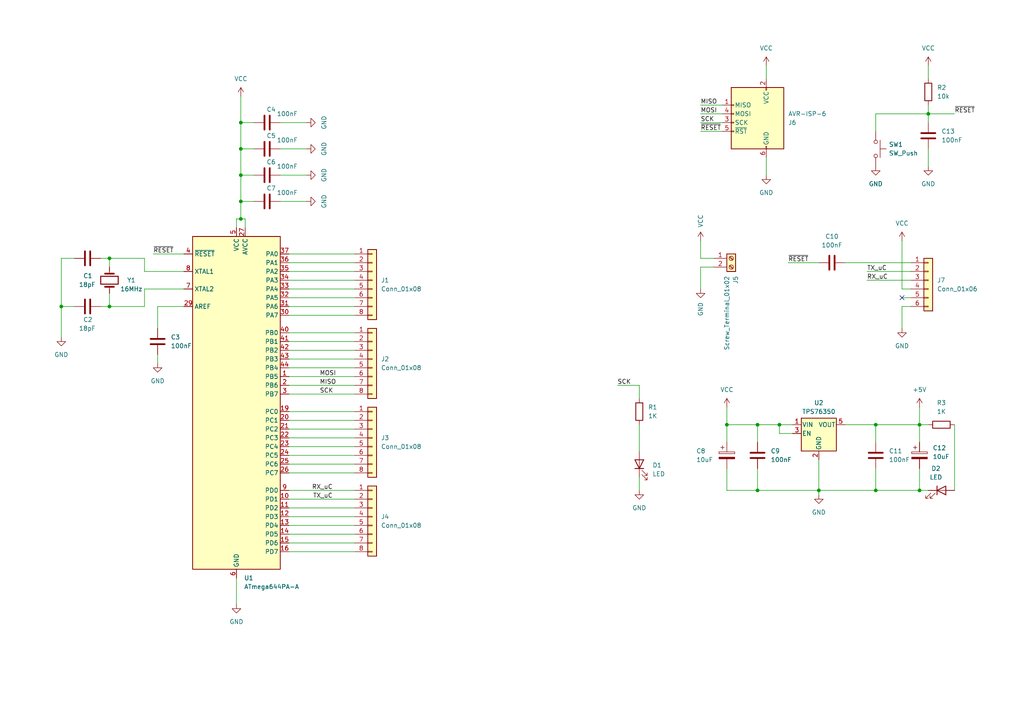
<source format=kicad_sch>
(kicad_sch (version 20230121) (generator eeschema)

  (uuid 16b69794-e2b8-40b0-9caa-eda8ffd5af76)

  (paper "A4")

  (lib_symbols
    (symbol "Connector:AVR-ISP-6" (pin_names (offset 1.016)) (in_bom yes) (on_board yes)
      (property "Reference" "J" (at -6.35 11.43 0)
        (effects (font (size 1.27 1.27)) (justify left))
      )
      (property "Value" "AVR-ISP-6" (at 0 11.43 0)
        (effects (font (size 1.27 1.27)) (justify left))
      )
      (property "Footprint" "" (at -6.35 1.27 90)
        (effects (font (size 1.27 1.27)) hide)
      )
      (property "Datasheet" " ~" (at -32.385 -13.97 0)
        (effects (font (size 1.27 1.27)) hide)
      )
      (property "ki_keywords" "AVR ISP Connector" (at 0 0 0)
        (effects (font (size 1.27 1.27)) hide)
      )
      (property "ki_description" "Atmel 6-pin ISP connector" (at 0 0 0)
        (effects (font (size 1.27 1.27)) hide)
      )
      (property "ki_fp_filters" "IDC?Header*2x03* Pin?Header*2x03*" (at 0 0 0)
        (effects (font (size 1.27 1.27)) hide)
      )
      (symbol "AVR-ISP-6_0_1"
        (rectangle (start -2.667 -6.858) (end -2.413 -7.62)
          (stroke (width 0) (type default))
          (fill (type none))
        )
        (rectangle (start -2.667 10.16) (end -2.413 9.398)
          (stroke (width 0) (type default))
          (fill (type none))
        )
        (rectangle (start 7.62 -2.413) (end 6.858 -2.667)
          (stroke (width 0) (type default))
          (fill (type none))
        )
        (rectangle (start 7.62 0.127) (end 6.858 -0.127)
          (stroke (width 0) (type default))
          (fill (type none))
        )
        (rectangle (start 7.62 2.667) (end 6.858 2.413)
          (stroke (width 0) (type default))
          (fill (type none))
        )
        (rectangle (start 7.62 5.207) (end 6.858 4.953)
          (stroke (width 0) (type default))
          (fill (type none))
        )
        (rectangle (start 7.62 10.16) (end -7.62 -7.62)
          (stroke (width 0.254) (type default))
          (fill (type background))
        )
      )
      (symbol "AVR-ISP-6_1_1"
        (pin passive line (at 10.16 5.08 180) (length 2.54)
          (name "MISO" (effects (font (size 1.27 1.27))))
          (number "1" (effects (font (size 1.27 1.27))))
        )
        (pin passive line (at -2.54 12.7 270) (length 2.54)
          (name "VCC" (effects (font (size 1.27 1.27))))
          (number "2" (effects (font (size 1.27 1.27))))
        )
        (pin passive line (at 10.16 0 180) (length 2.54)
          (name "SCK" (effects (font (size 1.27 1.27))))
          (number "3" (effects (font (size 1.27 1.27))))
        )
        (pin passive line (at 10.16 2.54 180) (length 2.54)
          (name "MOSI" (effects (font (size 1.27 1.27))))
          (number "4" (effects (font (size 1.27 1.27))))
        )
        (pin passive line (at 10.16 -2.54 180) (length 2.54)
          (name "~{RST}" (effects (font (size 1.27 1.27))))
          (number "5" (effects (font (size 1.27 1.27))))
        )
        (pin passive line (at -2.54 -10.16 90) (length 2.54)
          (name "GND" (effects (font (size 1.27 1.27))))
          (number "6" (effects (font (size 1.27 1.27))))
        )
      )
    )
    (symbol "Connector:Screw_Terminal_01x02" (pin_names (offset 1.016) hide) (in_bom yes) (on_board yes)
      (property "Reference" "J" (at 0 2.54 0)
        (effects (font (size 1.27 1.27)))
      )
      (property "Value" "Screw_Terminal_01x02" (at 0 -5.08 0)
        (effects (font (size 1.27 1.27)))
      )
      (property "Footprint" "" (at 0 0 0)
        (effects (font (size 1.27 1.27)) hide)
      )
      (property "Datasheet" "~" (at 0 0 0)
        (effects (font (size 1.27 1.27)) hide)
      )
      (property "ki_keywords" "screw terminal" (at 0 0 0)
        (effects (font (size 1.27 1.27)) hide)
      )
      (property "ki_description" "Generic screw terminal, single row, 01x02, script generated (kicad-library-utils/schlib/autogen/connector/)" (at 0 0 0)
        (effects (font (size 1.27 1.27)) hide)
      )
      (property "ki_fp_filters" "TerminalBlock*:*" (at 0 0 0)
        (effects (font (size 1.27 1.27)) hide)
      )
      (symbol "Screw_Terminal_01x02_1_1"
        (rectangle (start -1.27 1.27) (end 1.27 -3.81)
          (stroke (width 0.254) (type default))
          (fill (type background))
        )
        (circle (center 0 -2.54) (radius 0.635)
          (stroke (width 0.1524) (type default))
          (fill (type none))
        )
        (polyline
          (pts
            (xy -0.5334 -2.2098)
            (xy 0.3302 -3.048)
          )
          (stroke (width 0.1524) (type default))
          (fill (type none))
        )
        (polyline
          (pts
            (xy -0.5334 0.3302)
            (xy 0.3302 -0.508)
          )
          (stroke (width 0.1524) (type default))
          (fill (type none))
        )
        (polyline
          (pts
            (xy -0.3556 -2.032)
            (xy 0.508 -2.8702)
          )
          (stroke (width 0.1524) (type default))
          (fill (type none))
        )
        (polyline
          (pts
            (xy -0.3556 0.508)
            (xy 0.508 -0.3302)
          )
          (stroke (width 0.1524) (type default))
          (fill (type none))
        )
        (circle (center 0 0) (radius 0.635)
          (stroke (width 0.1524) (type default))
          (fill (type none))
        )
        (pin passive line (at -5.08 0 0) (length 3.81)
          (name "Pin_1" (effects (font (size 1.27 1.27))))
          (number "1" (effects (font (size 1.27 1.27))))
        )
        (pin passive line (at -5.08 -2.54 0) (length 3.81)
          (name "Pin_2" (effects (font (size 1.27 1.27))))
          (number "2" (effects (font (size 1.27 1.27))))
        )
      )
    )
    (symbol "Connector_Generic:Conn_01x06" (pin_names (offset 1.016) hide) (in_bom yes) (on_board yes)
      (property "Reference" "J" (at 0 7.62 0)
        (effects (font (size 1.27 1.27)))
      )
      (property "Value" "Conn_01x06" (at 0 -10.16 0)
        (effects (font (size 1.27 1.27)))
      )
      (property "Footprint" "" (at 0 0 0)
        (effects (font (size 1.27 1.27)) hide)
      )
      (property "Datasheet" "~" (at 0 0 0)
        (effects (font (size 1.27 1.27)) hide)
      )
      (property "ki_keywords" "connector" (at 0 0 0)
        (effects (font (size 1.27 1.27)) hide)
      )
      (property "ki_description" "Generic connector, single row, 01x06, script generated (kicad-library-utils/schlib/autogen/connector/)" (at 0 0 0)
        (effects (font (size 1.27 1.27)) hide)
      )
      (property "ki_fp_filters" "Connector*:*_1x??_*" (at 0 0 0)
        (effects (font (size 1.27 1.27)) hide)
      )
      (symbol "Conn_01x06_1_1"
        (rectangle (start -1.27 -7.493) (end 0 -7.747)
          (stroke (width 0.1524) (type default))
          (fill (type none))
        )
        (rectangle (start -1.27 -4.953) (end 0 -5.207)
          (stroke (width 0.1524) (type default))
          (fill (type none))
        )
        (rectangle (start -1.27 -2.413) (end 0 -2.667)
          (stroke (width 0.1524) (type default))
          (fill (type none))
        )
        (rectangle (start -1.27 0.127) (end 0 -0.127)
          (stroke (width 0.1524) (type default))
          (fill (type none))
        )
        (rectangle (start -1.27 2.667) (end 0 2.413)
          (stroke (width 0.1524) (type default))
          (fill (type none))
        )
        (rectangle (start -1.27 5.207) (end 0 4.953)
          (stroke (width 0.1524) (type default))
          (fill (type none))
        )
        (rectangle (start -1.27 6.35) (end 1.27 -8.89)
          (stroke (width 0.254) (type default))
          (fill (type background))
        )
        (pin passive line (at -5.08 5.08 0) (length 3.81)
          (name "Pin_1" (effects (font (size 1.27 1.27))))
          (number "1" (effects (font (size 1.27 1.27))))
        )
        (pin passive line (at -5.08 2.54 0) (length 3.81)
          (name "Pin_2" (effects (font (size 1.27 1.27))))
          (number "2" (effects (font (size 1.27 1.27))))
        )
        (pin passive line (at -5.08 0 0) (length 3.81)
          (name "Pin_3" (effects (font (size 1.27 1.27))))
          (number "3" (effects (font (size 1.27 1.27))))
        )
        (pin passive line (at -5.08 -2.54 0) (length 3.81)
          (name "Pin_4" (effects (font (size 1.27 1.27))))
          (number "4" (effects (font (size 1.27 1.27))))
        )
        (pin passive line (at -5.08 -5.08 0) (length 3.81)
          (name "Pin_5" (effects (font (size 1.27 1.27))))
          (number "5" (effects (font (size 1.27 1.27))))
        )
        (pin passive line (at -5.08 -7.62 0) (length 3.81)
          (name "Pin_6" (effects (font (size 1.27 1.27))))
          (number "6" (effects (font (size 1.27 1.27))))
        )
      )
    )
    (symbol "Connector_Generic:Conn_01x08" (pin_names (offset 1.016) hide) (in_bom yes) (on_board yes)
      (property "Reference" "J" (at 0 10.16 0)
        (effects (font (size 1.27 1.27)))
      )
      (property "Value" "Conn_01x08" (at 0 -12.7 0)
        (effects (font (size 1.27 1.27)))
      )
      (property "Footprint" "" (at 0 0 0)
        (effects (font (size 1.27 1.27)) hide)
      )
      (property "Datasheet" "~" (at 0 0 0)
        (effects (font (size 1.27 1.27)) hide)
      )
      (property "ki_keywords" "connector" (at 0 0 0)
        (effects (font (size 1.27 1.27)) hide)
      )
      (property "ki_description" "Generic connector, single row, 01x08, script generated (kicad-library-utils/schlib/autogen/connector/)" (at 0 0 0)
        (effects (font (size 1.27 1.27)) hide)
      )
      (property "ki_fp_filters" "Connector*:*_1x??_*" (at 0 0 0)
        (effects (font (size 1.27 1.27)) hide)
      )
      (symbol "Conn_01x08_1_1"
        (rectangle (start -1.27 -10.033) (end 0 -10.287)
          (stroke (width 0.1524) (type default))
          (fill (type none))
        )
        (rectangle (start -1.27 -7.493) (end 0 -7.747)
          (stroke (width 0.1524) (type default))
          (fill (type none))
        )
        (rectangle (start -1.27 -4.953) (end 0 -5.207)
          (stroke (width 0.1524) (type default))
          (fill (type none))
        )
        (rectangle (start -1.27 -2.413) (end 0 -2.667)
          (stroke (width 0.1524) (type default))
          (fill (type none))
        )
        (rectangle (start -1.27 0.127) (end 0 -0.127)
          (stroke (width 0.1524) (type default))
          (fill (type none))
        )
        (rectangle (start -1.27 2.667) (end 0 2.413)
          (stroke (width 0.1524) (type default))
          (fill (type none))
        )
        (rectangle (start -1.27 5.207) (end 0 4.953)
          (stroke (width 0.1524) (type default))
          (fill (type none))
        )
        (rectangle (start -1.27 7.747) (end 0 7.493)
          (stroke (width 0.1524) (type default))
          (fill (type none))
        )
        (rectangle (start -1.27 8.89) (end 1.27 -11.43)
          (stroke (width 0.254) (type default))
          (fill (type background))
        )
        (pin passive line (at -5.08 7.62 0) (length 3.81)
          (name "Pin_1" (effects (font (size 1.27 1.27))))
          (number "1" (effects (font (size 1.27 1.27))))
        )
        (pin passive line (at -5.08 5.08 0) (length 3.81)
          (name "Pin_2" (effects (font (size 1.27 1.27))))
          (number "2" (effects (font (size 1.27 1.27))))
        )
        (pin passive line (at -5.08 2.54 0) (length 3.81)
          (name "Pin_3" (effects (font (size 1.27 1.27))))
          (number "3" (effects (font (size 1.27 1.27))))
        )
        (pin passive line (at -5.08 0 0) (length 3.81)
          (name "Pin_4" (effects (font (size 1.27 1.27))))
          (number "4" (effects (font (size 1.27 1.27))))
        )
        (pin passive line (at -5.08 -2.54 0) (length 3.81)
          (name "Pin_5" (effects (font (size 1.27 1.27))))
          (number "5" (effects (font (size 1.27 1.27))))
        )
        (pin passive line (at -5.08 -5.08 0) (length 3.81)
          (name "Pin_6" (effects (font (size 1.27 1.27))))
          (number "6" (effects (font (size 1.27 1.27))))
        )
        (pin passive line (at -5.08 -7.62 0) (length 3.81)
          (name "Pin_7" (effects (font (size 1.27 1.27))))
          (number "7" (effects (font (size 1.27 1.27))))
        )
        (pin passive line (at -5.08 -10.16 0) (length 3.81)
          (name "Pin_8" (effects (font (size 1.27 1.27))))
          (number "8" (effects (font (size 1.27 1.27))))
        )
      )
    )
    (symbol "Device:C" (pin_numbers hide) (pin_names (offset 0.254)) (in_bom yes) (on_board yes)
      (property "Reference" "C" (at 0.635 2.54 0)
        (effects (font (size 1.27 1.27)) (justify left))
      )
      (property "Value" "C" (at 0.635 -2.54 0)
        (effects (font (size 1.27 1.27)) (justify left))
      )
      (property "Footprint" "" (at 0.9652 -3.81 0)
        (effects (font (size 1.27 1.27)) hide)
      )
      (property "Datasheet" "~" (at 0 0 0)
        (effects (font (size 1.27 1.27)) hide)
      )
      (property "ki_keywords" "cap capacitor" (at 0 0 0)
        (effects (font (size 1.27 1.27)) hide)
      )
      (property "ki_description" "Unpolarized capacitor" (at 0 0 0)
        (effects (font (size 1.27 1.27)) hide)
      )
      (property "ki_fp_filters" "C_*" (at 0 0 0)
        (effects (font (size 1.27 1.27)) hide)
      )
      (symbol "C_0_1"
        (polyline
          (pts
            (xy -2.032 -0.762)
            (xy 2.032 -0.762)
          )
          (stroke (width 0.508) (type default))
          (fill (type none))
        )
        (polyline
          (pts
            (xy -2.032 0.762)
            (xy 2.032 0.762)
          )
          (stroke (width 0.508) (type default))
          (fill (type none))
        )
      )
      (symbol "C_1_1"
        (pin passive line (at 0 3.81 270) (length 2.794)
          (name "~" (effects (font (size 1.27 1.27))))
          (number "1" (effects (font (size 1.27 1.27))))
        )
        (pin passive line (at 0 -3.81 90) (length 2.794)
          (name "~" (effects (font (size 1.27 1.27))))
          (number "2" (effects (font (size 1.27 1.27))))
        )
      )
    )
    (symbol "Device:C_Polarized" (pin_numbers hide) (pin_names (offset 0.254)) (in_bom yes) (on_board yes)
      (property "Reference" "C" (at 0.635 2.54 0)
        (effects (font (size 1.27 1.27)) (justify left))
      )
      (property "Value" "C_Polarized" (at 0.635 -2.54 0)
        (effects (font (size 1.27 1.27)) (justify left))
      )
      (property "Footprint" "" (at 0.9652 -3.81 0)
        (effects (font (size 1.27 1.27)) hide)
      )
      (property "Datasheet" "~" (at 0 0 0)
        (effects (font (size 1.27 1.27)) hide)
      )
      (property "ki_keywords" "cap capacitor" (at 0 0 0)
        (effects (font (size 1.27 1.27)) hide)
      )
      (property "ki_description" "Polarized capacitor" (at 0 0 0)
        (effects (font (size 1.27 1.27)) hide)
      )
      (property "ki_fp_filters" "CP_*" (at 0 0 0)
        (effects (font (size 1.27 1.27)) hide)
      )
      (symbol "C_Polarized_0_1"
        (rectangle (start -2.286 0.508) (end 2.286 1.016)
          (stroke (width 0) (type default))
          (fill (type none))
        )
        (polyline
          (pts
            (xy -1.778 2.286)
            (xy -0.762 2.286)
          )
          (stroke (width 0) (type default))
          (fill (type none))
        )
        (polyline
          (pts
            (xy -1.27 2.794)
            (xy -1.27 1.778)
          )
          (stroke (width 0) (type default))
          (fill (type none))
        )
        (rectangle (start 2.286 -0.508) (end -2.286 -1.016)
          (stroke (width 0) (type default))
          (fill (type outline))
        )
      )
      (symbol "C_Polarized_1_1"
        (pin passive line (at 0 3.81 270) (length 2.794)
          (name "~" (effects (font (size 1.27 1.27))))
          (number "1" (effects (font (size 1.27 1.27))))
        )
        (pin passive line (at 0 -3.81 90) (length 2.794)
          (name "~" (effects (font (size 1.27 1.27))))
          (number "2" (effects (font (size 1.27 1.27))))
        )
      )
    )
    (symbol "Device:Crystal" (pin_numbers hide) (pin_names (offset 1.016) hide) (in_bom yes) (on_board yes)
      (property "Reference" "Y" (at 0 3.81 0)
        (effects (font (size 1.27 1.27)))
      )
      (property "Value" "Crystal" (at 0 -3.81 0)
        (effects (font (size 1.27 1.27)))
      )
      (property "Footprint" "" (at 0 0 0)
        (effects (font (size 1.27 1.27)) hide)
      )
      (property "Datasheet" "~" (at 0 0 0)
        (effects (font (size 1.27 1.27)) hide)
      )
      (property "ki_keywords" "quartz ceramic resonator oscillator" (at 0 0 0)
        (effects (font (size 1.27 1.27)) hide)
      )
      (property "ki_description" "Two pin crystal" (at 0 0 0)
        (effects (font (size 1.27 1.27)) hide)
      )
      (property "ki_fp_filters" "Crystal*" (at 0 0 0)
        (effects (font (size 1.27 1.27)) hide)
      )
      (symbol "Crystal_0_1"
        (rectangle (start -1.143 2.54) (end 1.143 -2.54)
          (stroke (width 0.3048) (type default))
          (fill (type none))
        )
        (polyline
          (pts
            (xy -2.54 0)
            (xy -1.905 0)
          )
          (stroke (width 0) (type default))
          (fill (type none))
        )
        (polyline
          (pts
            (xy -1.905 -1.27)
            (xy -1.905 1.27)
          )
          (stroke (width 0.508) (type default))
          (fill (type none))
        )
        (polyline
          (pts
            (xy 1.905 -1.27)
            (xy 1.905 1.27)
          )
          (stroke (width 0.508) (type default))
          (fill (type none))
        )
        (polyline
          (pts
            (xy 2.54 0)
            (xy 1.905 0)
          )
          (stroke (width 0) (type default))
          (fill (type none))
        )
      )
      (symbol "Crystal_1_1"
        (pin passive line (at -3.81 0 0) (length 1.27)
          (name "1" (effects (font (size 1.27 1.27))))
          (number "1" (effects (font (size 1.27 1.27))))
        )
        (pin passive line (at 3.81 0 180) (length 1.27)
          (name "2" (effects (font (size 1.27 1.27))))
          (number "2" (effects (font (size 1.27 1.27))))
        )
      )
    )
    (symbol "Device:LED" (pin_numbers hide) (pin_names (offset 1.016) hide) (in_bom yes) (on_board yes)
      (property "Reference" "D" (at 0 2.54 0)
        (effects (font (size 1.27 1.27)))
      )
      (property "Value" "LED" (at 0 -2.54 0)
        (effects (font (size 1.27 1.27)))
      )
      (property "Footprint" "" (at 0 0 0)
        (effects (font (size 1.27 1.27)) hide)
      )
      (property "Datasheet" "~" (at 0 0 0)
        (effects (font (size 1.27 1.27)) hide)
      )
      (property "ki_keywords" "LED diode" (at 0 0 0)
        (effects (font (size 1.27 1.27)) hide)
      )
      (property "ki_description" "Light emitting diode" (at 0 0 0)
        (effects (font (size 1.27 1.27)) hide)
      )
      (property "ki_fp_filters" "LED* LED_SMD:* LED_THT:*" (at 0 0 0)
        (effects (font (size 1.27 1.27)) hide)
      )
      (symbol "LED_0_1"
        (polyline
          (pts
            (xy -1.27 -1.27)
            (xy -1.27 1.27)
          )
          (stroke (width 0.254) (type default))
          (fill (type none))
        )
        (polyline
          (pts
            (xy -1.27 0)
            (xy 1.27 0)
          )
          (stroke (width 0) (type default))
          (fill (type none))
        )
        (polyline
          (pts
            (xy 1.27 -1.27)
            (xy 1.27 1.27)
            (xy -1.27 0)
            (xy 1.27 -1.27)
          )
          (stroke (width 0.254) (type default))
          (fill (type none))
        )
        (polyline
          (pts
            (xy -3.048 -0.762)
            (xy -4.572 -2.286)
            (xy -3.81 -2.286)
            (xy -4.572 -2.286)
            (xy -4.572 -1.524)
          )
          (stroke (width 0) (type default))
          (fill (type none))
        )
        (polyline
          (pts
            (xy -1.778 -0.762)
            (xy -3.302 -2.286)
            (xy -2.54 -2.286)
            (xy -3.302 -2.286)
            (xy -3.302 -1.524)
          )
          (stroke (width 0) (type default))
          (fill (type none))
        )
      )
      (symbol "LED_1_1"
        (pin passive line (at -3.81 0 0) (length 2.54)
          (name "K" (effects (font (size 1.27 1.27))))
          (number "1" (effects (font (size 1.27 1.27))))
        )
        (pin passive line (at 3.81 0 180) (length 2.54)
          (name "A" (effects (font (size 1.27 1.27))))
          (number "2" (effects (font (size 1.27 1.27))))
        )
      )
    )
    (symbol "Device:R" (pin_numbers hide) (pin_names (offset 0)) (in_bom yes) (on_board yes)
      (property "Reference" "R" (at 2.032 0 90)
        (effects (font (size 1.27 1.27)))
      )
      (property "Value" "R" (at 0 0 90)
        (effects (font (size 1.27 1.27)))
      )
      (property "Footprint" "" (at -1.778 0 90)
        (effects (font (size 1.27 1.27)) hide)
      )
      (property "Datasheet" "~" (at 0 0 0)
        (effects (font (size 1.27 1.27)) hide)
      )
      (property "ki_keywords" "R res resistor" (at 0 0 0)
        (effects (font (size 1.27 1.27)) hide)
      )
      (property "ki_description" "Resistor" (at 0 0 0)
        (effects (font (size 1.27 1.27)) hide)
      )
      (property "ki_fp_filters" "R_*" (at 0 0 0)
        (effects (font (size 1.27 1.27)) hide)
      )
      (symbol "R_0_1"
        (rectangle (start -1.016 -2.54) (end 1.016 2.54)
          (stroke (width 0.254) (type default))
          (fill (type none))
        )
      )
      (symbol "R_1_1"
        (pin passive line (at 0 3.81 270) (length 1.27)
          (name "~" (effects (font (size 1.27 1.27))))
          (number "1" (effects (font (size 1.27 1.27))))
        )
        (pin passive line (at 0 -3.81 90) (length 1.27)
          (name "~" (effects (font (size 1.27 1.27))))
          (number "2" (effects (font (size 1.27 1.27))))
        )
      )
    )
    (symbol "MCU_Microchip_ATmega:ATmega644PA-A" (in_bom yes) (on_board yes)
      (property "Reference" "U" (at -12.7 49.53 0)
        (effects (font (size 1.27 1.27)) (justify left bottom))
      )
      (property "Value" "ATmega644PA-A" (at 2.54 -49.53 0)
        (effects (font (size 1.27 1.27)) (justify left top))
      )
      (property "Footprint" "Package_QFP:TQFP-44_10x10mm_P0.8mm" (at 0 0 0)
        (effects (font (size 1.27 1.27) italic) hide)
      )
      (property "Datasheet" "http://ww1.microchip.com/downloads/en/DeviceDoc/Atmel-8272-8-bit-AVR-microcontroller-ATmega164A_PA-324A_PA-644A_PA-1284_P_datasheet.pdf" (at 0 0 0)
        (effects (font (size 1.27 1.27)) hide)
      )
      (property "ki_keywords" "AVR 8bit Microcontroller MegaAVR PicoPower" (at 0 0 0)
        (effects (font (size 1.27 1.27)) hide)
      )
      (property "ki_description" "20MHz, 64kB Flash, 4kB SRAM, 2kB EEPROM, JTAG, TQFP-44" (at 0 0 0)
        (effects (font (size 1.27 1.27)) hide)
      )
      (property "ki_fp_filters" "TQFP*10x10mm*P0.8mm*" (at 0 0 0)
        (effects (font (size 1.27 1.27)) hide)
      )
      (symbol "ATmega644PA-A_0_1"
        (rectangle (start -12.7 -48.26) (end 12.7 48.26)
          (stroke (width 0.254) (type default))
          (fill (type background))
        )
      )
      (symbol "ATmega644PA-A_1_1"
        (pin bidirectional line (at 15.24 7.62 180) (length 2.54)
          (name "PB5" (effects (font (size 1.27 1.27))))
          (number "1" (effects (font (size 1.27 1.27))))
        )
        (pin bidirectional line (at 15.24 -27.94 180) (length 2.54)
          (name "PD1" (effects (font (size 1.27 1.27))))
          (number "10" (effects (font (size 1.27 1.27))))
        )
        (pin bidirectional line (at 15.24 -30.48 180) (length 2.54)
          (name "PD2" (effects (font (size 1.27 1.27))))
          (number "11" (effects (font (size 1.27 1.27))))
        )
        (pin bidirectional line (at 15.24 -33.02 180) (length 2.54)
          (name "PD3" (effects (font (size 1.27 1.27))))
          (number "12" (effects (font (size 1.27 1.27))))
        )
        (pin bidirectional line (at 15.24 -35.56 180) (length 2.54)
          (name "PD4" (effects (font (size 1.27 1.27))))
          (number "13" (effects (font (size 1.27 1.27))))
        )
        (pin bidirectional line (at 15.24 -38.1 180) (length 2.54)
          (name "PD5" (effects (font (size 1.27 1.27))))
          (number "14" (effects (font (size 1.27 1.27))))
        )
        (pin bidirectional line (at 15.24 -40.64 180) (length 2.54)
          (name "PD6" (effects (font (size 1.27 1.27))))
          (number "15" (effects (font (size 1.27 1.27))))
        )
        (pin bidirectional line (at 15.24 -43.18 180) (length 2.54)
          (name "PD7" (effects (font (size 1.27 1.27))))
          (number "16" (effects (font (size 1.27 1.27))))
        )
        (pin passive line (at 0 50.8 270) (length 2.54) hide
          (name "VCC" (effects (font (size 1.27 1.27))))
          (number "17" (effects (font (size 1.27 1.27))))
        )
        (pin passive line (at 0 -50.8 90) (length 2.54) hide
          (name "GND" (effects (font (size 1.27 1.27))))
          (number "18" (effects (font (size 1.27 1.27))))
        )
        (pin bidirectional line (at 15.24 -2.54 180) (length 2.54)
          (name "PC0" (effects (font (size 1.27 1.27))))
          (number "19" (effects (font (size 1.27 1.27))))
        )
        (pin bidirectional line (at 15.24 5.08 180) (length 2.54)
          (name "PB6" (effects (font (size 1.27 1.27))))
          (number "2" (effects (font (size 1.27 1.27))))
        )
        (pin bidirectional line (at 15.24 -5.08 180) (length 2.54)
          (name "PC1" (effects (font (size 1.27 1.27))))
          (number "20" (effects (font (size 1.27 1.27))))
        )
        (pin bidirectional line (at 15.24 -7.62 180) (length 2.54)
          (name "PC2" (effects (font (size 1.27 1.27))))
          (number "21" (effects (font (size 1.27 1.27))))
        )
        (pin bidirectional line (at 15.24 -10.16 180) (length 2.54)
          (name "PC3" (effects (font (size 1.27 1.27))))
          (number "22" (effects (font (size 1.27 1.27))))
        )
        (pin bidirectional line (at 15.24 -12.7 180) (length 2.54)
          (name "PC4" (effects (font (size 1.27 1.27))))
          (number "23" (effects (font (size 1.27 1.27))))
        )
        (pin bidirectional line (at 15.24 -15.24 180) (length 2.54)
          (name "PC5" (effects (font (size 1.27 1.27))))
          (number "24" (effects (font (size 1.27 1.27))))
        )
        (pin bidirectional line (at 15.24 -17.78 180) (length 2.54)
          (name "PC6" (effects (font (size 1.27 1.27))))
          (number "25" (effects (font (size 1.27 1.27))))
        )
        (pin bidirectional line (at 15.24 -20.32 180) (length 2.54)
          (name "PC7" (effects (font (size 1.27 1.27))))
          (number "26" (effects (font (size 1.27 1.27))))
        )
        (pin power_in line (at 2.54 50.8 270) (length 2.54)
          (name "AVCC" (effects (font (size 1.27 1.27))))
          (number "27" (effects (font (size 1.27 1.27))))
        )
        (pin passive line (at 0 -50.8 90) (length 2.54) hide
          (name "GND" (effects (font (size 1.27 1.27))))
          (number "28" (effects (font (size 1.27 1.27))))
        )
        (pin passive line (at -15.24 27.94 0) (length 2.54)
          (name "AREF" (effects (font (size 1.27 1.27))))
          (number "29" (effects (font (size 1.27 1.27))))
        )
        (pin bidirectional line (at 15.24 2.54 180) (length 2.54)
          (name "PB7" (effects (font (size 1.27 1.27))))
          (number "3" (effects (font (size 1.27 1.27))))
        )
        (pin bidirectional line (at 15.24 25.4 180) (length 2.54)
          (name "PA7" (effects (font (size 1.27 1.27))))
          (number "30" (effects (font (size 1.27 1.27))))
        )
        (pin bidirectional line (at 15.24 27.94 180) (length 2.54)
          (name "PA6" (effects (font (size 1.27 1.27))))
          (number "31" (effects (font (size 1.27 1.27))))
        )
        (pin bidirectional line (at 15.24 30.48 180) (length 2.54)
          (name "PA5" (effects (font (size 1.27 1.27))))
          (number "32" (effects (font (size 1.27 1.27))))
        )
        (pin bidirectional line (at 15.24 33.02 180) (length 2.54)
          (name "PA4" (effects (font (size 1.27 1.27))))
          (number "33" (effects (font (size 1.27 1.27))))
        )
        (pin bidirectional line (at 15.24 35.56 180) (length 2.54)
          (name "PA3" (effects (font (size 1.27 1.27))))
          (number "34" (effects (font (size 1.27 1.27))))
        )
        (pin bidirectional line (at 15.24 38.1 180) (length 2.54)
          (name "PA2" (effects (font (size 1.27 1.27))))
          (number "35" (effects (font (size 1.27 1.27))))
        )
        (pin bidirectional line (at 15.24 40.64 180) (length 2.54)
          (name "PA1" (effects (font (size 1.27 1.27))))
          (number "36" (effects (font (size 1.27 1.27))))
        )
        (pin bidirectional line (at 15.24 43.18 180) (length 2.54)
          (name "PA0" (effects (font (size 1.27 1.27))))
          (number "37" (effects (font (size 1.27 1.27))))
        )
        (pin passive line (at 0 50.8 270) (length 2.54) hide
          (name "VCC" (effects (font (size 1.27 1.27))))
          (number "38" (effects (font (size 1.27 1.27))))
        )
        (pin passive line (at 0 -50.8 90) (length 2.54) hide
          (name "GND" (effects (font (size 1.27 1.27))))
          (number "39" (effects (font (size 1.27 1.27))))
        )
        (pin input line (at -15.24 43.18 0) (length 2.54)
          (name "~{RESET}" (effects (font (size 1.27 1.27))))
          (number "4" (effects (font (size 1.27 1.27))))
        )
        (pin bidirectional line (at 15.24 20.32 180) (length 2.54)
          (name "PB0" (effects (font (size 1.27 1.27))))
          (number "40" (effects (font (size 1.27 1.27))))
        )
        (pin bidirectional line (at 15.24 17.78 180) (length 2.54)
          (name "PB1" (effects (font (size 1.27 1.27))))
          (number "41" (effects (font (size 1.27 1.27))))
        )
        (pin bidirectional line (at 15.24 15.24 180) (length 2.54)
          (name "PB2" (effects (font (size 1.27 1.27))))
          (number "42" (effects (font (size 1.27 1.27))))
        )
        (pin bidirectional line (at 15.24 12.7 180) (length 2.54)
          (name "PB3" (effects (font (size 1.27 1.27))))
          (number "43" (effects (font (size 1.27 1.27))))
        )
        (pin bidirectional line (at 15.24 10.16 180) (length 2.54)
          (name "PB4" (effects (font (size 1.27 1.27))))
          (number "44" (effects (font (size 1.27 1.27))))
        )
        (pin power_in line (at 0 50.8 270) (length 2.54)
          (name "VCC" (effects (font (size 1.27 1.27))))
          (number "5" (effects (font (size 1.27 1.27))))
        )
        (pin power_in line (at 0 -50.8 90) (length 2.54)
          (name "GND" (effects (font (size 1.27 1.27))))
          (number "6" (effects (font (size 1.27 1.27))))
        )
        (pin output line (at -15.24 33.02 0) (length 2.54)
          (name "XTAL2" (effects (font (size 1.27 1.27))))
          (number "7" (effects (font (size 1.27 1.27))))
        )
        (pin input line (at -15.24 38.1 0) (length 2.54)
          (name "XTAL1" (effects (font (size 1.27 1.27))))
          (number "8" (effects (font (size 1.27 1.27))))
        )
        (pin bidirectional line (at 15.24 -25.4 180) (length 2.54)
          (name "PD0" (effects (font (size 1.27 1.27))))
          (number "9" (effects (font (size 1.27 1.27))))
        )
      )
    )
    (symbol "Regulator_Linear:TPS76350" (pin_names (offset 0.254)) (in_bom yes) (on_board yes)
      (property "Reference" "U" (at -3.81 5.715 0)
        (effects (font (size 1.27 1.27)))
      )
      (property "Value" "TPS76350" (at 0 5.715 0)
        (effects (font (size 1.27 1.27)) (justify left))
      )
      (property "Footprint" "Package_TO_SOT_SMD:SOT-23-5" (at 0 8.255 0)
        (effects (font (size 1.27 1.27) italic) hide)
      )
      (property "Datasheet" "http://www.ti.com/lit/ds/symlink/tps763.pdf" (at 0 0 0)
        (effects (font (size 1.27 1.27)) hide)
      )
      (property "ki_keywords" "linear low dropout Regulator fixed" (at 0 0 0)
        (effects (font (size 1.27 1.27)) hide)
      )
      (property "ki_description" "Low power 150mA LDO 5.0V fixed output voltage, SOT-23-5" (at 0 0 0)
        (effects (font (size 1.27 1.27)) hide)
      )
      (property "ki_fp_filters" "SOT?23*" (at 0 0 0)
        (effects (font (size 1.27 1.27)) hide)
      )
      (symbol "TPS76350_0_1"
        (rectangle (start -5.08 4.445) (end 5.08 -5.08)
          (stroke (width 0.254) (type default))
          (fill (type background))
        )
      )
      (symbol "TPS76350_1_1"
        (pin power_in line (at -7.62 2.54 0) (length 2.54)
          (name "VIN" (effects (font (size 1.27 1.27))))
          (number "1" (effects (font (size 1.27 1.27))))
        )
        (pin power_in line (at 0 -7.62 90) (length 2.54)
          (name "GND" (effects (font (size 1.27 1.27))))
          (number "2" (effects (font (size 1.27 1.27))))
        )
        (pin input line (at -7.62 0 0) (length 2.54)
          (name "EN" (effects (font (size 1.27 1.27))))
          (number "3" (effects (font (size 1.27 1.27))))
        )
        (pin no_connect line (at 5.08 0 180) (length 2.54) hide
          (name "NC" (effects (font (size 1.27 1.27))))
          (number "4" (effects (font (size 1.27 1.27))))
        )
        (pin power_out line (at 7.62 2.54 180) (length 2.54)
          (name "VOUT" (effects (font (size 1.27 1.27))))
          (number "5" (effects (font (size 1.27 1.27))))
        )
      )
    )
    (symbol "Switch:SW_Push" (pin_numbers hide) (pin_names (offset 1.016) hide) (in_bom yes) (on_board yes)
      (property "Reference" "SW" (at 1.27 2.54 0)
        (effects (font (size 1.27 1.27)) (justify left))
      )
      (property "Value" "SW_Push" (at 0 -1.524 0)
        (effects (font (size 1.27 1.27)))
      )
      (property "Footprint" "" (at 0 5.08 0)
        (effects (font (size 1.27 1.27)) hide)
      )
      (property "Datasheet" "~" (at 0 5.08 0)
        (effects (font (size 1.27 1.27)) hide)
      )
      (property "ki_keywords" "switch normally-open pushbutton push-button" (at 0 0 0)
        (effects (font (size 1.27 1.27)) hide)
      )
      (property "ki_description" "Push button switch, generic, two pins" (at 0 0 0)
        (effects (font (size 1.27 1.27)) hide)
      )
      (symbol "SW_Push_0_1"
        (circle (center -2.032 0) (radius 0.508)
          (stroke (width 0) (type default))
          (fill (type none))
        )
        (polyline
          (pts
            (xy 0 1.27)
            (xy 0 3.048)
          )
          (stroke (width 0) (type default))
          (fill (type none))
        )
        (polyline
          (pts
            (xy 2.54 1.27)
            (xy -2.54 1.27)
          )
          (stroke (width 0) (type default))
          (fill (type none))
        )
        (circle (center 2.032 0) (radius 0.508)
          (stroke (width 0) (type default))
          (fill (type none))
        )
        (pin passive line (at -5.08 0 0) (length 2.54)
          (name "1" (effects (font (size 1.27 1.27))))
          (number "1" (effects (font (size 1.27 1.27))))
        )
        (pin passive line (at 5.08 0 180) (length 2.54)
          (name "2" (effects (font (size 1.27 1.27))))
          (number "2" (effects (font (size 1.27 1.27))))
        )
      )
    )
    (symbol "power:+5V" (power) (pin_names (offset 0)) (in_bom yes) (on_board yes)
      (property "Reference" "#PWR" (at 0 -3.81 0)
        (effects (font (size 1.27 1.27)) hide)
      )
      (property "Value" "+5V" (at 0 3.556 0)
        (effects (font (size 1.27 1.27)))
      )
      (property "Footprint" "" (at 0 0 0)
        (effects (font (size 1.27 1.27)) hide)
      )
      (property "Datasheet" "" (at 0 0 0)
        (effects (font (size 1.27 1.27)) hide)
      )
      (property "ki_keywords" "global power" (at 0 0 0)
        (effects (font (size 1.27 1.27)) hide)
      )
      (property "ki_description" "Power symbol creates a global label with name \"+5V\"" (at 0 0 0)
        (effects (font (size 1.27 1.27)) hide)
      )
      (symbol "+5V_0_1"
        (polyline
          (pts
            (xy -0.762 1.27)
            (xy 0 2.54)
          )
          (stroke (width 0) (type default))
          (fill (type none))
        )
        (polyline
          (pts
            (xy 0 0)
            (xy 0 2.54)
          )
          (stroke (width 0) (type default))
          (fill (type none))
        )
        (polyline
          (pts
            (xy 0 2.54)
            (xy 0.762 1.27)
          )
          (stroke (width 0) (type default))
          (fill (type none))
        )
      )
      (symbol "+5V_1_1"
        (pin power_in line (at 0 0 90) (length 0) hide
          (name "+5V" (effects (font (size 1.27 1.27))))
          (number "1" (effects (font (size 1.27 1.27))))
        )
      )
    )
    (symbol "power:GND" (power) (pin_names (offset 0)) (in_bom yes) (on_board yes)
      (property "Reference" "#PWR" (at 0 -6.35 0)
        (effects (font (size 1.27 1.27)) hide)
      )
      (property "Value" "GND" (at 0 -3.81 0)
        (effects (font (size 1.27 1.27)))
      )
      (property "Footprint" "" (at 0 0 0)
        (effects (font (size 1.27 1.27)) hide)
      )
      (property "Datasheet" "" (at 0 0 0)
        (effects (font (size 1.27 1.27)) hide)
      )
      (property "ki_keywords" "global power" (at 0 0 0)
        (effects (font (size 1.27 1.27)) hide)
      )
      (property "ki_description" "Power symbol creates a global label with name \"GND\" , ground" (at 0 0 0)
        (effects (font (size 1.27 1.27)) hide)
      )
      (symbol "GND_0_1"
        (polyline
          (pts
            (xy 0 0)
            (xy 0 -1.27)
            (xy 1.27 -1.27)
            (xy 0 -2.54)
            (xy -1.27 -1.27)
            (xy 0 -1.27)
          )
          (stroke (width 0) (type default))
          (fill (type none))
        )
      )
      (symbol "GND_1_1"
        (pin power_in line (at 0 0 270) (length 0) hide
          (name "GND" (effects (font (size 1.27 1.27))))
          (number "1" (effects (font (size 1.27 1.27))))
        )
      )
    )
    (symbol "power:VCC" (power) (pin_names (offset 0)) (in_bom yes) (on_board yes)
      (property "Reference" "#PWR" (at 0 -3.81 0)
        (effects (font (size 1.27 1.27)) hide)
      )
      (property "Value" "VCC" (at 0 3.81 0)
        (effects (font (size 1.27 1.27)))
      )
      (property "Footprint" "" (at 0 0 0)
        (effects (font (size 1.27 1.27)) hide)
      )
      (property "Datasheet" "" (at 0 0 0)
        (effects (font (size 1.27 1.27)) hide)
      )
      (property "ki_keywords" "global power" (at 0 0 0)
        (effects (font (size 1.27 1.27)) hide)
      )
      (property "ki_description" "Power symbol creates a global label with name \"VCC\"" (at 0 0 0)
        (effects (font (size 1.27 1.27)) hide)
      )
      (symbol "VCC_0_1"
        (polyline
          (pts
            (xy -0.762 1.27)
            (xy 0 2.54)
          )
          (stroke (width 0) (type default))
          (fill (type none))
        )
        (polyline
          (pts
            (xy 0 0)
            (xy 0 2.54)
          )
          (stroke (width 0) (type default))
          (fill (type none))
        )
        (polyline
          (pts
            (xy 0 2.54)
            (xy 0.762 1.27)
          )
          (stroke (width 0) (type default))
          (fill (type none))
        )
      )
      (symbol "VCC_1_1"
        (pin power_in line (at 0 0 90) (length 0) hide
          (name "VCC" (effects (font (size 1.27 1.27))))
          (number "1" (effects (font (size 1.27 1.27))))
        )
      )
    )
  )

  (junction (at 17.78 88.9) (diameter 0) (color 0 0 0 0)
    (uuid 10b791c2-6b4f-48b4-bf38-8dfa0a618b5b)
  )
  (junction (at 219.71 123.19) (diameter 0) (color 0 0 0 0)
    (uuid 2d1f820a-0a54-4bf5-ba13-4fe35c42770c)
  )
  (junction (at 226.06 123.19) (diameter 0) (color 0 0 0 0)
    (uuid 3363e3bf-1202-4d05-9f27-8f11e57bb9e0)
  )
  (junction (at 254 123.19) (diameter 0) (color 0 0 0 0)
    (uuid 4c9a67bf-01d9-4d61-bc54-428f78d771be)
  )
  (junction (at 266.7 142.24) (diameter 0) (color 0 0 0 0)
    (uuid 6d4a254e-6c21-4b71-889e-9ee1ac791896)
  )
  (junction (at 69.85 43.18) (diameter 0) (color 0 0 0 0)
    (uuid 744d93a9-1616-4a5d-a45a-753f0f6760fe)
  )
  (junction (at 254 142.24) (diameter 0) (color 0 0 0 0)
    (uuid 85648772-e501-47e3-8147-99b054a4c7f0)
  )
  (junction (at 69.85 50.8) (diameter 0) (color 0 0 0 0)
    (uuid 85bd067a-e522-4596-bf7d-25e11d84faee)
  )
  (junction (at 237.49 142.24) (diameter 0) (color 0 0 0 0)
    (uuid 953090c8-d2aa-451b-a4c7-265c4e103334)
  )
  (junction (at 69.85 35.56) (diameter 0) (color 0 0 0 0)
    (uuid 9c9fe906-cc38-414a-a942-f465e4a6b4a4)
  )
  (junction (at 69.85 58.42) (diameter 0) (color 0 0 0 0)
    (uuid 9df532dc-5bf6-4a70-8435-8cd488cdd9b4)
  )
  (junction (at 266.7 123.19) (diameter 0) (color 0 0 0 0)
    (uuid a5a85bb3-99b1-4111-9e9b-fdc046882b55)
  )
  (junction (at 31.75 74.93) (diameter 0) (color 0 0 0 0)
    (uuid c02d1119-d95a-4a71-ae10-a077fad168d7)
  )
  (junction (at 69.85 63.5) (diameter 0) (color 0 0 0 0)
    (uuid c9f2e696-85e8-4278-a8ca-318648a8af55)
  )
  (junction (at 219.71 142.24) (diameter 0) (color 0 0 0 0)
    (uuid cdf2db5e-5129-4ae0-924f-077d21bcd7f1)
  )
  (junction (at 269.24 33.02) (diameter 0) (color 0 0 0 0)
    (uuid dbf64813-3ca2-4391-b49a-3bc5dbdef603)
  )
  (junction (at 210.82 123.19) (diameter 0) (color 0 0 0 0)
    (uuid e2c4abc3-bdc5-4c31-92eb-0eee9ff9eca4)
  )
  (junction (at 31.75 88.9) (diameter 0) (color 0 0 0 0)
    (uuid ffe2b15e-cc38-4455-8ba1-8b1f5c77e4df)
  )

  (no_connect (at 261.62 86.36) (uuid afe5400e-d98a-4fea-b109-19a030c8f7a4))

  (wire (pts (xy 210.82 135.89) (xy 210.82 142.24))
    (stroke (width 0) (type default))
    (uuid 0054a623-1172-4bba-8f00-6a344cef9bfd)
  )
  (wire (pts (xy 222.25 19.05) (xy 222.25 22.86))
    (stroke (width 0) (type default))
    (uuid 07313586-0ede-4be6-acc1-370e0f03be20)
  )
  (wire (pts (xy 185.42 138.43) (xy 185.42 142.24))
    (stroke (width 0) (type default))
    (uuid 0765453c-e75a-4b87-9562-8ccea8237b2c)
  )
  (wire (pts (xy 83.82 154.94) (xy 102.87 154.94))
    (stroke (width 0) (type default))
    (uuid 0b7b0936-aab9-4f4b-baa8-f20963cbcc15)
  )
  (wire (pts (xy 31.75 77.47) (xy 31.75 74.93))
    (stroke (width 0) (type default))
    (uuid 0d025189-e479-47ab-9379-399fe5811281)
  )
  (wire (pts (xy 222.25 45.72) (xy 222.25 50.8))
    (stroke (width 0) (type default))
    (uuid 0dafb83d-1719-4a0c-8631-1dc662951fa0)
  )
  (wire (pts (xy 83.82 73.66) (xy 102.87 73.66))
    (stroke (width 0) (type default))
    (uuid 0fe443de-3fb5-48cf-a26d-c615c81c30c0)
  )
  (wire (pts (xy 207.01 74.93) (xy 203.2 74.93))
    (stroke (width 0) (type default))
    (uuid 103dd871-2dea-4955-b9f7-d7f71b13b2a4)
  )
  (wire (pts (xy 69.85 58.42) (xy 73.66 58.42))
    (stroke (width 0) (type default))
    (uuid 10f3aa19-0036-4e9b-8268-4821361b0d70)
  )
  (wire (pts (xy 83.82 101.6) (xy 102.87 101.6))
    (stroke (width 0) (type default))
    (uuid 12fd198b-22e3-446a-b397-e5926b1c8337)
  )
  (wire (pts (xy 229.87 125.73) (xy 226.06 125.73))
    (stroke (width 0) (type default))
    (uuid 132a9ef5-8f7b-4aaf-9eca-a606ed9b674b)
  )
  (wire (pts (xy 45.72 88.9) (xy 45.72 95.25))
    (stroke (width 0) (type default))
    (uuid 133e6523-d01e-4389-a2c4-1911bcb8cf65)
  )
  (wire (pts (xy 83.82 134.62) (xy 102.87 134.62))
    (stroke (width 0) (type default))
    (uuid 14473df6-c99b-4d9a-8042-d6e7207a6061)
  )
  (wire (pts (xy 41.91 74.93) (xy 31.75 74.93))
    (stroke (width 0) (type default))
    (uuid 14781cf0-99a9-446c-b495-d113eb9d87cd)
  )
  (wire (pts (xy 41.91 78.74) (xy 41.91 74.93))
    (stroke (width 0) (type default))
    (uuid 17b9e7a9-c87a-440a-b05f-9e3a572b2463)
  )
  (wire (pts (xy 266.7 142.24) (xy 266.7 135.89))
    (stroke (width 0) (type default))
    (uuid 1aeee2a3-690e-4d1f-90dd-3274e49c08e9)
  )
  (wire (pts (xy 44.45 73.66) (xy 53.34 73.66))
    (stroke (width 0) (type default))
    (uuid 1fe19483-2c9e-49af-8438-c6545d1dbd3d)
  )
  (wire (pts (xy 69.85 58.42) (xy 69.85 63.5))
    (stroke (width 0) (type default))
    (uuid 20da1d42-e826-4cb7-98ca-b7791c1ca6ea)
  )
  (wire (pts (xy 261.62 88.9) (xy 261.62 95.25))
    (stroke (width 0) (type default))
    (uuid 241499b8-651f-4c97-a5a2-42b32ab41aea)
  )
  (wire (pts (xy 254 33.02) (xy 254 38.1))
    (stroke (width 0) (type default))
    (uuid 25e2608d-2e7d-4c48-ae05-fac9417a90be)
  )
  (wire (pts (xy 83.82 124.46) (xy 102.87 124.46))
    (stroke (width 0) (type default))
    (uuid 26d8db21-2795-4e77-a7db-d7cf0131b4ed)
  )
  (wire (pts (xy 207.01 77.47) (xy 203.2 77.47))
    (stroke (width 0) (type default))
    (uuid 28680ad9-b780-4622-93a5-d899d17d33ca)
  )
  (wire (pts (xy 237.49 133.35) (xy 237.49 142.24))
    (stroke (width 0) (type default))
    (uuid 2932781d-d362-4554-a68e-b83cfe2fa6cd)
  )
  (wire (pts (xy 266.7 123.19) (xy 254 123.19))
    (stroke (width 0) (type default))
    (uuid 2aea75df-f0bc-4fae-a2d6-7db574e44db5)
  )
  (wire (pts (xy 203.2 69.85) (xy 203.2 74.93))
    (stroke (width 0) (type default))
    (uuid 2b3d4663-b048-4a90-bc38-6f52f9f2c5ca)
  )
  (wire (pts (xy 83.82 106.68) (xy 102.87 106.68))
    (stroke (width 0) (type default))
    (uuid 2deed1fe-a388-42fd-9a77-7e129ce8aa4f)
  )
  (wire (pts (xy 203.2 38.1) (xy 209.55 38.1))
    (stroke (width 0) (type default))
    (uuid 340a633f-4c10-43fd-9b10-3a4ac8bede1f)
  )
  (wire (pts (xy 69.85 35.56) (xy 73.66 35.56))
    (stroke (width 0) (type default))
    (uuid 34bd6275-c3fa-40c6-80de-47f32be02dd8)
  )
  (wire (pts (xy 83.82 152.4) (xy 102.87 152.4))
    (stroke (width 0) (type default))
    (uuid 3573a54c-f0a8-490b-a1c3-04caebcced0a)
  )
  (wire (pts (xy 83.82 160.02) (xy 102.87 160.02))
    (stroke (width 0) (type default))
    (uuid 3575f094-a300-409e-a22d-c7fc9c719975)
  )
  (wire (pts (xy 219.71 135.89) (xy 219.71 142.24))
    (stroke (width 0) (type default))
    (uuid 3580eb35-6ee3-4188-81c5-e5ed032b28bf)
  )
  (wire (pts (xy 83.82 149.86) (xy 102.87 149.86))
    (stroke (width 0) (type default))
    (uuid 35cb9970-50c2-42b5-aaa6-c79b73cdb8c6)
  )
  (wire (pts (xy 69.85 35.56) (xy 69.85 43.18))
    (stroke (width 0) (type default))
    (uuid 36132094-6b4b-4f6d-9f33-61ec4a3bc3a7)
  )
  (wire (pts (xy 269.24 30.48) (xy 269.24 33.02))
    (stroke (width 0) (type default))
    (uuid 38197785-c51e-4844-a386-1202bda70ad6)
  )
  (wire (pts (xy 226.06 123.19) (xy 219.71 123.19))
    (stroke (width 0) (type default))
    (uuid 3897a985-32df-4a70-b77e-e0eb284000c0)
  )
  (wire (pts (xy 185.42 115.57) (xy 185.42 111.76))
    (stroke (width 0) (type default))
    (uuid 393b159d-1a22-4421-b6e2-88853de87cc7)
  )
  (wire (pts (xy 83.82 114.3) (xy 102.87 114.3))
    (stroke (width 0) (type default))
    (uuid 40a34ffc-adf5-47b0-841a-f37ee420578b)
  )
  (wire (pts (xy 69.85 43.18) (xy 73.66 43.18))
    (stroke (width 0) (type default))
    (uuid 426b6b7b-da66-4e8a-8118-673bad9f40be)
  )
  (wire (pts (xy 276.86 123.19) (xy 276.86 142.24))
    (stroke (width 0) (type default))
    (uuid 446cd680-b3c1-4e51-af1b-6303da136a73)
  )
  (wire (pts (xy 219.71 123.19) (xy 210.82 123.19))
    (stroke (width 0) (type default))
    (uuid 44ce57c9-02e0-4428-81d5-8b6b9984bd29)
  )
  (wire (pts (xy 83.82 99.06) (xy 102.87 99.06))
    (stroke (width 0) (type default))
    (uuid 46c2220b-defe-4523-a573-7e8e460e289a)
  )
  (wire (pts (xy 254 142.24) (xy 266.7 142.24))
    (stroke (width 0) (type default))
    (uuid 46e4b35b-b22b-4d41-9fac-40c73b7badf6)
  )
  (wire (pts (xy 269.24 33.02) (xy 269.24 35.56))
    (stroke (width 0) (type default))
    (uuid 49e8074a-1fd4-4aca-a4bc-49603c6d2cc9)
  )
  (wire (pts (xy 261.62 69.85) (xy 261.62 83.82))
    (stroke (width 0) (type default))
    (uuid 4cf00ff6-08b9-4c29-a1b1-3e5e2848bb21)
  )
  (wire (pts (xy 31.75 74.93) (xy 29.21 74.93))
    (stroke (width 0) (type default))
    (uuid 5226c7b8-a03e-4241-a70f-5e018e54f799)
  )
  (wire (pts (xy 53.34 88.9) (xy 45.72 88.9))
    (stroke (width 0) (type default))
    (uuid 54284435-2df4-4b99-b3bb-c3499b370f9c)
  )
  (wire (pts (xy 261.62 86.36) (xy 264.16 86.36))
    (stroke (width 0) (type default))
    (uuid 5745ab72-c42b-4398-8dae-f508e740702f)
  )
  (wire (pts (xy 69.85 43.18) (xy 69.85 50.8))
    (stroke (width 0) (type default))
    (uuid 5cf5cf45-4ae8-483f-83e8-a347217c9ec1)
  )
  (wire (pts (xy 45.72 102.87) (xy 45.72 105.41))
    (stroke (width 0) (type default))
    (uuid 5db0ce48-0db7-47e7-a120-a1d5e957217b)
  )
  (wire (pts (xy 83.82 129.54) (xy 102.87 129.54))
    (stroke (width 0) (type default))
    (uuid 5dc363d3-0f72-4152-824f-586e7262671d)
  )
  (wire (pts (xy 81.28 43.18) (xy 88.9 43.18))
    (stroke (width 0) (type default))
    (uuid 5dcf3759-3a85-474f-8c08-480ea9ab5371)
  )
  (wire (pts (xy 81.28 50.8) (xy 88.9 50.8))
    (stroke (width 0) (type default))
    (uuid 5fb6b1a4-f4a0-4636-8dc3-4375dd5b83cc)
  )
  (wire (pts (xy 251.46 78.74) (xy 264.16 78.74))
    (stroke (width 0) (type default))
    (uuid 60452b9c-3876-4784-a0e4-c1922199bee5)
  )
  (wire (pts (xy 210.82 123.19) (xy 210.82 128.27))
    (stroke (width 0) (type default))
    (uuid 607e1915-8580-4d27-9c73-07a1a1658505)
  )
  (wire (pts (xy 264.16 83.82) (xy 261.62 83.82))
    (stroke (width 0) (type default))
    (uuid 634916fd-cf67-40b1-8fc6-aabacfd48d9f)
  )
  (wire (pts (xy 203.2 33.02) (xy 209.55 33.02))
    (stroke (width 0) (type default))
    (uuid 65a33d35-1d61-4229-afcc-edc784e92b1d)
  )
  (wire (pts (xy 31.75 88.9) (xy 29.21 88.9))
    (stroke (width 0) (type default))
    (uuid 661dffee-48b2-4a65-b115-2e9bd78a5902)
  )
  (wire (pts (xy 41.91 88.9) (xy 31.75 88.9))
    (stroke (width 0) (type default))
    (uuid 6904aa2f-58a8-47c4-a44f-2cbb97093037)
  )
  (wire (pts (xy 68.58 63.5) (xy 69.85 63.5))
    (stroke (width 0) (type default))
    (uuid 6b46fa87-205b-4dae-893d-03d413b8f3cb)
  )
  (wire (pts (xy 83.82 137.16) (xy 102.87 137.16))
    (stroke (width 0) (type default))
    (uuid 6cf148e0-982f-4561-a51b-2e929b0dd89b)
  )
  (wire (pts (xy 179.07 111.76) (xy 185.42 111.76))
    (stroke (width 0) (type default))
    (uuid 6f2217d2-bff5-4abb-b30c-df388fbe2f24)
  )
  (wire (pts (xy 254 135.89) (xy 254 142.24))
    (stroke (width 0) (type default))
    (uuid 6f6574aa-82fb-4dbb-aee5-6ea985b14136)
  )
  (wire (pts (xy 237.49 142.24) (xy 254 142.24))
    (stroke (width 0) (type default))
    (uuid 7357acfe-da0c-433e-94ce-5e07b38c4fe1)
  )
  (wire (pts (xy 21.59 74.93) (xy 17.78 74.93))
    (stroke (width 0) (type default))
    (uuid 7720a132-3187-430c-9e62-0cfb01606726)
  )
  (wire (pts (xy 83.82 147.32) (xy 102.87 147.32))
    (stroke (width 0) (type default))
    (uuid 79a5c5d0-45d0-4601-abd2-8eb5d94d8268)
  )
  (wire (pts (xy 83.82 78.74) (xy 102.87 78.74))
    (stroke (width 0) (type default))
    (uuid 7d7d97aa-db63-47c1-abc8-7753208ebc2d)
  )
  (wire (pts (xy 237.49 142.24) (xy 237.49 143.51))
    (stroke (width 0) (type default))
    (uuid 8304df81-0173-49cb-8399-fd7275f4c501)
  )
  (wire (pts (xy 83.82 91.44) (xy 102.87 91.44))
    (stroke (width 0) (type default))
    (uuid 8321c6c9-f498-4c2e-895e-425e18fa7efc)
  )
  (wire (pts (xy 203.2 35.56) (xy 209.55 35.56))
    (stroke (width 0) (type default))
    (uuid 888cda3b-782b-4909-bc3d-f3b14275bafc)
  )
  (wire (pts (xy 83.82 88.9) (xy 102.87 88.9))
    (stroke (width 0) (type default))
    (uuid 8986a8ab-deb0-455c-aa0e-41479f19631f)
  )
  (wire (pts (xy 185.42 123.19) (xy 185.42 130.81))
    (stroke (width 0) (type default))
    (uuid 8ab68bb2-53f2-4567-a4e0-9b7a9990e4b5)
  )
  (wire (pts (xy 83.82 86.36) (xy 102.87 86.36))
    (stroke (width 0) (type default))
    (uuid 8f17d76d-5586-48b6-8af1-b4b956cd6f58)
  )
  (wire (pts (xy 266.7 123.19) (xy 269.24 123.19))
    (stroke (width 0) (type default))
    (uuid 952c63ad-ae1c-4567-b25d-a43fbce41ff5)
  )
  (wire (pts (xy 71.12 66.04) (xy 71.12 63.5))
    (stroke (width 0) (type default))
    (uuid 95deabae-fe25-43e7-9216-a0aa586c9eb2)
  )
  (wire (pts (xy 210.82 118.11) (xy 210.82 123.19))
    (stroke (width 0) (type default))
    (uuid 960194b2-9e3f-4248-93de-9283e7ee7743)
  )
  (wire (pts (xy 83.82 121.92) (xy 102.87 121.92))
    (stroke (width 0) (type default))
    (uuid 96d45db4-c915-4880-8024-a33418fa5778)
  )
  (wire (pts (xy 254 123.19) (xy 254 128.27))
    (stroke (width 0) (type default))
    (uuid 9a52f795-8738-40bf-be85-bda1a9048190)
  )
  (wire (pts (xy 69.85 63.5) (xy 71.12 63.5))
    (stroke (width 0) (type default))
    (uuid 9acc4e29-3d22-49ce-8a59-52a8e02c5282)
  )
  (wire (pts (xy 69.85 27.94) (xy 69.85 35.56))
    (stroke (width 0) (type default))
    (uuid 9c8d54c6-8ade-4a73-8f62-967ad8ca3239)
  )
  (wire (pts (xy 210.82 142.24) (xy 219.71 142.24))
    (stroke (width 0) (type default))
    (uuid a29852fa-a609-4bf0-b889-0584244c8491)
  )
  (wire (pts (xy 53.34 78.74) (xy 41.91 78.74))
    (stroke (width 0) (type default))
    (uuid a3737d8a-50ac-4e67-83bd-3d48c79a14e3)
  )
  (wire (pts (xy 83.82 132.08) (xy 102.87 132.08))
    (stroke (width 0) (type default))
    (uuid a745a3e0-e428-44a6-9a7e-562f2a0da084)
  )
  (wire (pts (xy 83.82 119.38) (xy 102.87 119.38))
    (stroke (width 0) (type default))
    (uuid a89319f0-5d73-4253-8b45-b655823def09)
  )
  (wire (pts (xy 245.11 76.2) (xy 264.16 76.2))
    (stroke (width 0) (type default))
    (uuid ab5230e2-2d55-4a99-909d-39a91dbfdb57)
  )
  (wire (pts (xy 83.82 142.24) (xy 102.87 142.24))
    (stroke (width 0) (type default))
    (uuid abbda9d0-6648-4854-86bd-19e79de1eab6)
  )
  (wire (pts (xy 17.78 88.9) (xy 17.78 97.79))
    (stroke (width 0) (type default))
    (uuid adad7cb6-d5a4-4ede-8816-058fa936de1c)
  )
  (wire (pts (xy 83.82 76.2) (xy 102.87 76.2))
    (stroke (width 0) (type default))
    (uuid af714b34-7aad-4579-b0e9-af33d158d11f)
  )
  (wire (pts (xy 53.34 83.82) (xy 41.91 83.82))
    (stroke (width 0) (type default))
    (uuid afed610e-c95a-432a-80cd-401d47d36a27)
  )
  (wire (pts (xy 228.6 76.2) (xy 237.49 76.2))
    (stroke (width 0) (type default))
    (uuid b15db691-783e-4a67-a6d6-d89f498ec0e7)
  )
  (wire (pts (xy 83.82 96.52) (xy 102.87 96.52))
    (stroke (width 0) (type default))
    (uuid b330de87-1d4c-412d-902a-f6342967a78b)
  )
  (wire (pts (xy 68.58 167.64) (xy 68.58 175.26))
    (stroke (width 0) (type default))
    (uuid b4440bd2-e78e-47cc-aaa6-922b15eb75c7)
  )
  (wire (pts (xy 83.82 127) (xy 102.87 127))
    (stroke (width 0) (type default))
    (uuid bac0d8ca-e742-4083-891f-d1ec37ed9847)
  )
  (wire (pts (xy 266.7 128.27) (xy 266.7 123.19))
    (stroke (width 0) (type default))
    (uuid bc4f8e8a-6589-4235-a2e2-11d34a5ae026)
  )
  (wire (pts (xy 68.58 66.04) (xy 68.58 63.5))
    (stroke (width 0) (type default))
    (uuid bd866b3a-1f88-4be6-bf0b-0d72683e6cee)
  )
  (wire (pts (xy 264.16 88.9) (xy 261.62 88.9))
    (stroke (width 0) (type default))
    (uuid bfe96b51-6ce6-4514-9cec-7cd6941eb7a8)
  )
  (wire (pts (xy 69.85 50.8) (xy 69.85 58.42))
    (stroke (width 0) (type default))
    (uuid c3c676c5-e62a-4949-bf09-52ccd0741247)
  )
  (wire (pts (xy 219.71 142.24) (xy 237.49 142.24))
    (stroke (width 0) (type default))
    (uuid cb81b911-6270-45a6-828e-c0c81a13a9c6)
  )
  (wire (pts (xy 203.2 30.48) (xy 209.55 30.48))
    (stroke (width 0) (type default))
    (uuid d378f9a0-8537-4f39-9ff9-d825a45c1dd6)
  )
  (wire (pts (xy 81.28 58.42) (xy 88.9 58.42))
    (stroke (width 0) (type default))
    (uuid d49bb0e0-1443-4d46-8bfe-373ecfc388a3)
  )
  (wire (pts (xy 245.11 123.19) (xy 254 123.19))
    (stroke (width 0) (type default))
    (uuid d4a624df-d44c-46c3-b355-7ce4e0e9875b)
  )
  (wire (pts (xy 269.24 33.02) (xy 254 33.02))
    (stroke (width 0) (type default))
    (uuid d4b41e83-dbd3-42f8-bddf-d24d2a096d29)
  )
  (wire (pts (xy 226.06 125.73) (xy 226.06 123.19))
    (stroke (width 0) (type default))
    (uuid d92d90a0-0ff7-41d6-81ab-68c3ff0cf3e1)
  )
  (wire (pts (xy 251.46 81.28) (xy 264.16 81.28))
    (stroke (width 0) (type default))
    (uuid da557f92-e537-4840-bfd0-c996f407eec8)
  )
  (wire (pts (xy 269.24 19.05) (xy 269.24 22.86))
    (stroke (width 0) (type default))
    (uuid e113a012-0a7c-47ef-a0c7-91e299b9c388)
  )
  (wire (pts (xy 83.82 83.82) (xy 102.87 83.82))
    (stroke (width 0) (type default))
    (uuid e4576b7c-e70b-44a8-b1f8-e52def650de1)
  )
  (wire (pts (xy 83.82 111.76) (xy 102.87 111.76))
    (stroke (width 0) (type default))
    (uuid e4fe4b35-5c0e-467d-ac5b-96544b25f83d)
  )
  (wire (pts (xy 83.82 157.48) (xy 102.87 157.48))
    (stroke (width 0) (type default))
    (uuid e5b7092c-222f-4bf6-8f68-198374f2a315)
  )
  (wire (pts (xy 83.82 104.14) (xy 102.87 104.14))
    (stroke (width 0) (type default))
    (uuid e5e8aaf7-2a4c-42d4-90bb-bbffcd0ec84c)
  )
  (wire (pts (xy 269.24 43.18) (xy 269.24 48.26))
    (stroke (width 0) (type default))
    (uuid e79fcd44-7789-47d6-9fc2-75aae91742c2)
  )
  (wire (pts (xy 266.7 142.24) (xy 269.24 142.24))
    (stroke (width 0) (type default))
    (uuid e7c993c7-0023-4f09-a3f8-d82d8b26fede)
  )
  (wire (pts (xy 229.87 123.19) (xy 226.06 123.19))
    (stroke (width 0) (type default))
    (uuid e9be01cf-c37f-410a-912b-662bc4c173ae)
  )
  (wire (pts (xy 276.86 33.02) (xy 269.24 33.02))
    (stroke (width 0) (type default))
    (uuid ed5d1b96-f3c4-4262-b224-4378dd844946)
  )
  (wire (pts (xy 31.75 85.09) (xy 31.75 88.9))
    (stroke (width 0) (type default))
    (uuid edc72aa2-2ba4-459f-9577-54c878db0286)
  )
  (wire (pts (xy 83.82 109.22) (xy 102.87 109.22))
    (stroke (width 0) (type default))
    (uuid efdeddd7-9634-4f49-9b81-3aaf72596429)
  )
  (wire (pts (xy 41.91 83.82) (xy 41.91 88.9))
    (stroke (width 0) (type default))
    (uuid f03bac83-1e89-4c88-a7b1-f0a00b381468)
  )
  (wire (pts (xy 83.82 144.78) (xy 102.87 144.78))
    (stroke (width 0) (type default))
    (uuid f2ee2f52-4340-4755-b6ec-091d2c6ae21c)
  )
  (wire (pts (xy 81.28 35.56) (xy 88.9 35.56))
    (stroke (width 0) (type default))
    (uuid f45b9980-fc52-48e8-859f-a680227f08b6)
  )
  (wire (pts (xy 17.78 88.9) (xy 21.59 88.9))
    (stroke (width 0) (type default))
    (uuid f914a9ab-5c70-4326-8659-871f4f7f1e13)
  )
  (wire (pts (xy 69.85 50.8) (xy 73.66 50.8))
    (stroke (width 0) (type default))
    (uuid fa7c478f-507a-48b3-a1c3-79878ab012ef)
  )
  (wire (pts (xy 266.7 118.11) (xy 266.7 123.19))
    (stroke (width 0) (type default))
    (uuid fae7ee44-114b-43d5-9e09-2c2a72a10ad6)
  )
  (wire (pts (xy 17.78 74.93) (xy 17.78 88.9))
    (stroke (width 0) (type default))
    (uuid fb9630e1-987b-40fb-881f-41a23884f494)
  )
  (wire (pts (xy 203.2 77.47) (xy 203.2 83.82))
    (stroke (width 0) (type default))
    (uuid fbd9afe0-59ec-4361-aaed-5a2e8d48ce31)
  )
  (wire (pts (xy 83.82 81.28) (xy 102.87 81.28))
    (stroke (width 0) (type default))
    (uuid fbe8e82e-2491-4436-8355-cef73c5efb68)
  )
  (wire (pts (xy 219.71 123.19) (xy 219.71 128.27))
    (stroke (width 0) (type default))
    (uuid fe4b7cfd-efd0-41f5-9b48-fac9fe5c477f)
  )

  (label "~{RESET}" (at 228.6 76.2 0) (fields_autoplaced)
    (effects (font (size 1.27 1.27)) (justify left bottom))
    (uuid 016053d0-702b-4b40-99c7-8e23c1f05c68)
  )
  (label "RX_uC" (at 96.52 142.24 180) (fields_autoplaced)
    (effects (font (size 1.27 1.27)) (justify right bottom))
    (uuid 1de5d309-b5d3-4469-8607-99065bf5dbd0)
  )
  (label "~{RESET}" (at 276.86 33.02 0) (fields_autoplaced)
    (effects (font (size 1.27 1.27)) (justify left bottom))
    (uuid 2328169a-6f01-4bea-b5e9-d8b9b99059a5)
  )
  (label "MISO" (at 203.2 30.48 0) (fields_autoplaced)
    (effects (font (size 1.27 1.27)) (justify left bottom))
    (uuid 251651c1-65e1-4da4-8b96-42a4151e36ed)
  )
  (label "TX_uC" (at 96.52 144.78 180) (fields_autoplaced)
    (effects (font (size 1.27 1.27)) (justify right bottom))
    (uuid 2d84cbab-8fe1-4414-be43-be89cabbefee)
  )
  (label "TX_uC" (at 251.46 78.74 0) (fields_autoplaced)
    (effects (font (size 1.27 1.27)) (justify left bottom))
    (uuid 377604ad-edb7-4d9a-925c-9e0405d12652)
  )
  (label "SCK" (at 203.2 35.56 0) (fields_autoplaced)
    (effects (font (size 1.27 1.27)) (justify left bottom))
    (uuid 57ca6d47-09dc-4ec1-829d-f5a5c3aaa374)
  )
  (label "SCK" (at 179.07 111.76 0) (fields_autoplaced)
    (effects (font (size 1.27 1.27)) (justify left bottom))
    (uuid 606dee00-da2a-46c8-ae0d-b4917b2a1d8e)
  )
  (label "MOSI" (at 203.2 33.02 0) (fields_autoplaced)
    (effects (font (size 1.27 1.27)) (justify left bottom))
    (uuid 72834243-bdcb-437b-a9f7-69472e77a08e)
  )
  (label "~{RESET}" (at 203.2 38.1 0) (fields_autoplaced)
    (effects (font (size 1.27 1.27)) (justify left bottom))
    (uuid 77bfa9ca-9f21-40d2-aff1-b7d493fc5254)
  )
  (label "MOSI" (at 92.71 109.22 0) (fields_autoplaced)
    (effects (font (size 1.27 1.27)) (justify left bottom))
    (uuid a2ce19b8-1ea0-49aa-8cb6-6cfbc7859e51)
  )
  (label "MISO" (at 92.71 111.76 0) (fields_autoplaced)
    (effects (font (size 1.27 1.27)) (justify left bottom))
    (uuid af16d6f2-4529-4d6a-9fce-c87158d49eb1)
  )
  (label "~{RESET}" (at 44.45 73.66 0) (fields_autoplaced)
    (effects (font (size 1.27 1.27)) (justify left bottom))
    (uuid c8bf9d41-6b19-47f3-ba3a-b3063b5e748b)
  )
  (label "RX_uC" (at 251.46 81.28 0) (fields_autoplaced)
    (effects (font (size 1.27 1.27)) (justify left bottom))
    (uuid e2ae7e8e-d695-44dc-930d-46084fbbe7bc)
  )
  (label "SCK" (at 92.71 114.3 0) (fields_autoplaced)
    (effects (font (size 1.27 1.27)) (justify left bottom))
    (uuid e8b1de41-dd4c-4f7a-9316-15decc67848d)
  )

  (symbol (lib_id "Device:C") (at 77.47 50.8 90) (unit 1)
    (in_bom yes) (on_board yes) (dnp no)
    (uuid 06e1711a-09e9-46e1-9c07-d3d5297eaf6d)
    (property "Reference" "C6" (at 80.01 46.99 90)
      (effects (font (size 1.27 1.27)) (justify left))
    )
    (property "Value" "100nF" (at 86.36 48.26 90)
      (effects (font (size 1.27 1.27)) (justify left))
    )
    (property "Footprint" "Capacitor_SMD:C_0603_1608Metric_Pad1.08x0.95mm_HandSolder" (at 81.28 49.8348 0)
      (effects (font (size 1.27 1.27)) hide)
    )
    (property "Datasheet" "~" (at 77.47 50.8 0)
      (effects (font (size 1.27 1.27)) hide)
    )
    (pin "1" (uuid 644646c1-af99-4481-82e7-25b9828714c6))
    (pin "2" (uuid a1d7152d-81b9-42b8-8894-d3c5f2287a4d))
    (instances
      (project "arduino"
        (path "/16b69794-e2b8-40b0-9caa-eda8ffd5af76"
          (reference "C6") (unit 1)
        )
      )
    )
  )

  (symbol (lib_id "Connector_Generic:Conn_01x08") (at 107.95 104.14 0) (unit 1)
    (in_bom yes) (on_board yes) (dnp no) (fields_autoplaced)
    (uuid 0d5211ed-0c57-4914-b6a5-b6d8c6fe9efe)
    (property "Reference" "J2" (at 110.49 104.14 0)
      (effects (font (size 1.27 1.27)) (justify left))
    )
    (property "Value" "Conn_01x08" (at 110.49 106.68 0)
      (effects (font (size 1.27 1.27)) (justify left))
    )
    (property "Footprint" "Connector_PinHeader_2.54mm:PinHeader_1x08_P2.54mm_Vertical" (at 107.95 104.14 0)
      (effects (font (size 1.27 1.27)) hide)
    )
    (property "Datasheet" "~" (at 107.95 104.14 0)
      (effects (font (size 1.27 1.27)) hide)
    )
    (pin "1" (uuid d93eaf36-3504-41bb-92f1-e76ada74df47))
    (pin "2" (uuid 5563521d-d833-4ed0-90d8-77d5de04d1b7))
    (pin "3" (uuid f2e64ade-12f5-406d-b61d-9e1112c03a55))
    (pin "4" (uuid 2eb6dbd0-e3b7-41c0-98eb-0f3baf9e300e))
    (pin "5" (uuid b7dcb3dc-82f7-4c2e-a924-cd301080711d))
    (pin "6" (uuid 053fca46-c0eb-4675-b328-9e80db6c7163))
    (pin "7" (uuid 5f3a720d-12c2-4ab3-ae38-3555ab5ed8de))
    (pin "8" (uuid 07b54352-bed8-4f0c-8efa-81aa22dc3089))
    (instances
      (project "arduino"
        (path "/16b69794-e2b8-40b0-9caa-eda8ffd5af76"
          (reference "J2") (unit 1)
        )
      )
    )
  )

  (symbol (lib_id "Device:C") (at 269.24 39.37 0) (unit 1)
    (in_bom yes) (on_board yes) (dnp no) (fields_autoplaced)
    (uuid 0e065143-470d-464e-a74d-78c7152363c1)
    (property "Reference" "C13" (at 273.05 38.1 0)
      (effects (font (size 1.27 1.27)) (justify left))
    )
    (property "Value" "100nF" (at 273.05 40.64 0)
      (effects (font (size 1.27 1.27)) (justify left))
    )
    (property "Footprint" "Capacitor_SMD:C_0603_1608Metric_Pad1.08x0.95mm_HandSolder" (at 270.2052 43.18 0)
      (effects (font (size 1.27 1.27)) hide)
    )
    (property "Datasheet" "~" (at 269.24 39.37 0)
      (effects (font (size 1.27 1.27)) hide)
    )
    (pin "1" (uuid 5b872442-e7ef-40e2-b2e5-9850f66b27fa))
    (pin "2" (uuid a19c93b5-c07a-45f9-9193-b73c941fac42))
    (instances
      (project "arduino"
        (path "/16b69794-e2b8-40b0-9caa-eda8ffd5af76"
          (reference "C13") (unit 1)
        )
      )
    )
  )

  (symbol (lib_id "Device:C") (at 45.72 99.06 0) (unit 1)
    (in_bom yes) (on_board yes) (dnp no) (fields_autoplaced)
    (uuid 1bb7c24c-2433-4505-8ea4-f77862e3e6f9)
    (property "Reference" "C3" (at 49.53 97.79 0)
      (effects (font (size 1.27 1.27)) (justify left))
    )
    (property "Value" "100nF" (at 49.53 100.33 0)
      (effects (font (size 1.27 1.27)) (justify left))
    )
    (property "Footprint" "Capacitor_SMD:C_0603_1608Metric_Pad1.08x0.95mm_HandSolder" (at 46.6852 102.87 0)
      (effects (font (size 1.27 1.27)) hide)
    )
    (property "Datasheet" "~" (at 45.72 99.06 0)
      (effects (font (size 1.27 1.27)) hide)
    )
    (pin "1" (uuid 987ef21e-a4e0-4a0a-a826-212c98e6f73a))
    (pin "2" (uuid 1061f38c-926d-4011-9f96-64bfcd91dfb0))
    (instances
      (project "arduino"
        (path "/16b69794-e2b8-40b0-9caa-eda8ffd5af76"
          (reference "C3") (unit 1)
        )
      )
    )
  )

  (symbol (lib_id "Connector_Generic:Conn_01x06") (at 269.24 81.28 0) (unit 1)
    (in_bom yes) (on_board yes) (dnp no) (fields_autoplaced)
    (uuid 1fb5cbd4-51df-4e21-a475-89a731401b5f)
    (property "Reference" "J7" (at 271.78 81.28 0)
      (effects (font (size 1.27 1.27)) (justify left))
    )
    (property "Value" "Conn_01x06" (at 271.78 83.82 0)
      (effects (font (size 1.27 1.27)) (justify left))
    )
    (property "Footprint" "Connector_PinHeader_2.54mm:PinHeader_1x06_P2.54mm_Vertical" (at 269.24 81.28 0)
      (effects (font (size 1.27 1.27)) hide)
    )
    (property "Datasheet" "~" (at 269.24 81.28 0)
      (effects (font (size 1.27 1.27)) hide)
    )
    (pin "1" (uuid 98f564c3-f44d-45d6-8b35-b3d66c5f9b02))
    (pin "2" (uuid 3a19b74b-1f56-43ef-8adf-1f45a1fa402c))
    (pin "3" (uuid 7572fc15-8a9b-409d-a9e8-2b482bc0ec66))
    (pin "4" (uuid 7f9a8064-2068-4b4f-9a5a-70dd2be521b1))
    (pin "5" (uuid 9a8b19ec-2988-42f1-b38e-bcd47570a484))
    (pin "6" (uuid 008bc4b7-9001-4848-af73-2ad70a10d19b))
    (instances
      (project "arduino"
        (path "/16b69794-e2b8-40b0-9caa-eda8ffd5af76"
          (reference "J7") (unit 1)
        )
      )
    )
  )

  (symbol (lib_id "Connector:Screw_Terminal_01x02") (at 212.09 74.93 0) (unit 1)
    (in_bom yes) (on_board yes) (dnp no) (fields_autoplaced)
    (uuid 1fcfe8dd-a520-4c5d-abd4-a1aed8af6190)
    (property "Reference" "J5" (at 213.36 80.01 90)
      (effects (font (size 1.27 1.27)) (justify right))
    )
    (property "Value" "Screw_Terminal_01x02" (at 210.82 80.01 90)
      (effects (font (size 1.27 1.27)) (justify right))
    )
    (property "Footprint" "Connector_Phoenix_MC:PhoenixContact_MCV_1,5_2-G-3.5_1x02_P3.50mm_Vertical" (at 212.09 74.93 0)
      (effects (font (size 1.27 1.27)) hide)
    )
    (property "Datasheet" "~" (at 212.09 74.93 0)
      (effects (font (size 1.27 1.27)) hide)
    )
    (pin "1" (uuid e914d505-8283-4131-933f-b372a8707f30))
    (pin "2" (uuid 403c2559-67eb-48fd-9bc2-553c70ef9501))
    (instances
      (project "arduino"
        (path "/16b69794-e2b8-40b0-9caa-eda8ffd5af76"
          (reference "J5") (unit 1)
        )
      )
    )
  )

  (symbol (lib_id "power:VCC") (at 222.25 19.05 0) (unit 1)
    (in_bom yes) (on_board yes) (dnp no) (fields_autoplaced)
    (uuid 217150fb-10fc-4559-8f89-b54461ad57dc)
    (property "Reference" "#PWR013" (at 222.25 22.86 0)
      (effects (font (size 1.27 1.27)) hide)
    )
    (property "Value" "VCC" (at 222.25 13.97 0)
      (effects (font (size 1.27 1.27)))
    )
    (property "Footprint" "" (at 222.25 19.05 0)
      (effects (font (size 1.27 1.27)) hide)
    )
    (property "Datasheet" "" (at 222.25 19.05 0)
      (effects (font (size 1.27 1.27)) hide)
    )
    (pin "1" (uuid 59c0dd5c-83e2-49b2-ac66-11d6e8b54ba3))
    (instances
      (project "arduino"
        (path "/16b69794-e2b8-40b0-9caa-eda8ffd5af76"
          (reference "#PWR013") (unit 1)
        )
      )
    )
  )

  (symbol (lib_id "MCU_Microchip_ATmega:ATmega644PA-A") (at 68.58 116.84 0) (unit 1)
    (in_bom yes) (on_board yes) (dnp no) (fields_autoplaced)
    (uuid 24b008ac-c64b-4a09-bccb-de509cfdedd7)
    (property "Reference" "U1" (at 70.7741 167.64 0)
      (effects (font (size 1.27 1.27)) (justify left))
    )
    (property "Value" "ATmega644PA-A" (at 70.7741 170.18 0)
      (effects (font (size 1.27 1.27)) (justify left))
    )
    (property "Footprint" "Package_QFP:TQFP-44_10x10mm_P0.8mm" (at 68.58 116.84 0)
      (effects (font (size 1.27 1.27) italic) hide)
    )
    (property "Datasheet" "http://ww1.microchip.com/downloads/en/DeviceDoc/Atmel-8272-8-bit-AVR-microcontroller-ATmega164A_PA-324A_PA-644A_PA-1284_P_datasheet.pdf" (at 68.58 116.84 0)
      (effects (font (size 1.27 1.27)) hide)
    )
    (pin "1" (uuid 4c445a41-b549-4d03-8735-c95cf26c25a7))
    (pin "10" (uuid f044b6be-d125-480a-b04c-d81b2b6774e5))
    (pin "11" (uuid fca24fae-277d-4bb7-960e-fc3ff3a61846))
    (pin "12" (uuid 36d1061c-4d6d-4a7d-927b-5a0fa532c98e))
    (pin "13" (uuid 56b67ddf-bf8c-4d16-8e51-89df99cc06cd))
    (pin "14" (uuid 538c5b6f-5ea0-419d-915b-b0e400a1b911))
    (pin "15" (uuid 19062a57-62b8-404a-9cd2-2d12d3261d09))
    (pin "16" (uuid 9c9569d3-24f2-4d7c-88ce-042d759d658c))
    (pin "17" (uuid 252d2313-4d86-4ffc-a963-957988f0a9b5))
    (pin "18" (uuid 50a3a614-5af2-4ced-bcd2-0668f710c546))
    (pin "19" (uuid dc3fde19-d7da-4504-8b95-d8c9f2bca586))
    (pin "2" (uuid 7af739bf-3c12-4a00-b572-ea34c3d4bd50))
    (pin "20" (uuid a5af57c5-e2b5-4c98-8d99-58740f85bb20))
    (pin "21" (uuid 1b0587f2-79d6-426f-9b14-a9ec568b9c12))
    (pin "22" (uuid 660c3f98-392b-4dbf-9fac-9bb1f7a46675))
    (pin "23" (uuid ac9194e4-0356-4e56-bcb5-4dbdd56ed55d))
    (pin "24" (uuid f002aab3-9a95-4764-aa46-292b17d82d5f))
    (pin "25" (uuid b33b5275-c6d9-4e7f-a667-0fcdc0e8d327))
    (pin "26" (uuid 68e1f6ae-07c1-4668-adc8-f026f19eda0f))
    (pin "27" (uuid d9bb11fe-f160-4279-8423-2e36253df520))
    (pin "28" (uuid ef7ce200-37a7-432e-98e7-e38d6cc4b582))
    (pin "29" (uuid 105074e0-94c5-420b-9f09-65692c0b51a3))
    (pin "3" (uuid 584d49d4-8cae-43fa-ac70-b4c066a8633e))
    (pin "30" (uuid 8fd6f0f4-eb19-4118-949f-7b8bef6ff338))
    (pin "31" (uuid 18274c10-a91b-48db-b329-f03b9f87f4a2))
    (pin "32" (uuid fc17f5f9-c928-4291-8e44-8e8a8201ae1f))
    (pin "33" (uuid 5e84ff58-28d8-4049-a356-040be836379d))
    (pin "34" (uuid cef09939-c1a9-438e-bd25-e7f08fb5491a))
    (pin "35" (uuid 54794bcc-f1ec-4932-898a-307e3a10503e))
    (pin "36" (uuid 02485b9e-2de9-418b-99d2-f7613f2a7994))
    (pin "37" (uuid 715a5cf3-7f55-4c4c-a4d9-a930b5fdbac5))
    (pin "38" (uuid 07c2fc54-7b4f-4f8b-8095-72abac92ecba))
    (pin "39" (uuid 5dedfe79-0290-4317-8db9-df60353d0ab8))
    (pin "4" (uuid 322c5f30-b462-4e29-8e83-83ed0ffba059))
    (pin "40" (uuid 2832689d-bc22-4b8e-997b-cc19a50da539))
    (pin "41" (uuid 9a0f118e-0295-48a0-9e0c-daf6664d918f))
    (pin "42" (uuid e07105d8-3ba8-469e-b207-60350ba4aa01))
    (pin "43" (uuid 8586cc7e-5af2-4eac-bb95-d756a56fc603))
    (pin "44" (uuid cb180ebf-749e-4af6-b738-59d50127dca4))
    (pin "5" (uuid 5c8fae25-4b92-4483-8620-7970f2f568c3))
    (pin "6" (uuid 384e732b-d491-4f65-a34c-a815ba32a41f))
    (pin "7" (uuid 305c7262-d458-46cc-ace3-1ad4e707c18a))
    (pin "8" (uuid 4abf0415-bf81-4bea-a546-9131336094a2))
    (pin "9" (uuid 61b19258-7d8c-4292-8668-896741fb93b7))
    (instances
      (project "arduino"
        (path "/16b69794-e2b8-40b0-9caa-eda8ffd5af76"
          (reference "U1") (unit 1)
        )
      )
    )
  )

  (symbol (lib_id "Device:C") (at 219.71 132.08 0) (unit 1)
    (in_bom yes) (on_board yes) (dnp no) (fields_autoplaced)
    (uuid 3af379c6-4e00-4cc7-be46-4f578235c30f)
    (property "Reference" "C9" (at 223.52 130.81 0)
      (effects (font (size 1.27 1.27)) (justify left))
    )
    (property "Value" "100nF" (at 223.52 133.35 0)
      (effects (font (size 1.27 1.27)) (justify left))
    )
    (property "Footprint" "Capacitor_SMD:C_0603_1608Metric_Pad1.08x0.95mm_HandSolder" (at 220.6752 135.89 0)
      (effects (font (size 1.27 1.27)) hide)
    )
    (property "Datasheet" "~" (at 219.71 132.08 0)
      (effects (font (size 1.27 1.27)) hide)
    )
    (pin "1" (uuid 4da850aa-53a9-4623-910f-feb28c506e4e))
    (pin "2" (uuid 4b768cc4-7463-484b-bcd2-4f2a6e9240fb))
    (instances
      (project "arduino"
        (path "/16b69794-e2b8-40b0-9caa-eda8ffd5af76"
          (reference "C9") (unit 1)
        )
      )
    )
  )

  (symbol (lib_id "Device:C_Polarized") (at 266.7 132.08 0) (unit 1)
    (in_bom yes) (on_board yes) (dnp no) (fields_autoplaced)
    (uuid 468ac0ca-732e-4580-bac2-71dc1ea6ab09)
    (property "Reference" "C12" (at 270.51 129.921 0)
      (effects (font (size 1.27 1.27)) (justify left))
    )
    (property "Value" "10uF" (at 270.51 132.461 0)
      (effects (font (size 1.27 1.27)) (justify left))
    )
    (property "Footprint" "Capacitor_THT:CP_Radial_D7.5mm_P2.50mm" (at 267.6652 135.89 0)
      (effects (font (size 1.27 1.27)) hide)
    )
    (property "Datasheet" "~" (at 266.7 132.08 0)
      (effects (font (size 1.27 1.27)) hide)
    )
    (pin "1" (uuid 9245d4b6-2ce1-45e4-b9d6-815007583ad4))
    (pin "2" (uuid 49a96f32-584c-4c18-8954-d674493eaef4))
    (instances
      (project "arduino"
        (path "/16b69794-e2b8-40b0-9caa-eda8ffd5af76"
          (reference "C12") (unit 1)
        )
      )
    )
  )

  (symbol (lib_id "power:GND") (at 269.24 48.26 0) (unit 1)
    (in_bom yes) (on_board yes) (dnp no) (fields_autoplaced)
    (uuid 5bbe4f1f-dbf6-48f4-b00e-e65fa22676dc)
    (property "Reference" "#PWR021" (at 269.24 54.61 0)
      (effects (font (size 1.27 1.27)) hide)
    )
    (property "Value" "GND" (at 269.24 53.34 0)
      (effects (font (size 1.27 1.27)))
    )
    (property "Footprint" "" (at 269.24 48.26 0)
      (effects (font (size 1.27 1.27)) hide)
    )
    (property "Datasheet" "" (at 269.24 48.26 0)
      (effects (font (size 1.27 1.27)) hide)
    )
    (pin "1" (uuid 92c341aa-75b0-4990-89b2-f5bc4258825a))
    (instances
      (project "arduino"
        (path "/16b69794-e2b8-40b0-9caa-eda8ffd5af76"
          (reference "#PWR021") (unit 1)
        )
      )
    )
  )

  (symbol (lib_id "Device:LED") (at 185.42 134.62 90) (unit 1)
    (in_bom yes) (on_board yes) (dnp no) (fields_autoplaced)
    (uuid 5e499856-f6c2-4134-8a7f-d3d02aa0515d)
    (property "Reference" "D1" (at 189.23 134.9375 90)
      (effects (font (size 1.27 1.27)) (justify right))
    )
    (property "Value" "LED" (at 189.23 137.4775 90)
      (effects (font (size 1.27 1.27)) (justify right))
    )
    (property "Footprint" "LED_THT:LED_D5.0mm" (at 185.42 134.62 0)
      (effects (font (size 1.27 1.27)) hide)
    )
    (property "Datasheet" "~" (at 185.42 134.62 0)
      (effects (font (size 1.27 1.27)) hide)
    )
    (pin "1" (uuid 1fcd83ff-8ee8-4702-aed4-7ecde9cbedeb))
    (pin "2" (uuid 3bf1768d-4473-4ff2-9de4-9b58e31b971e))
    (instances
      (project "arduino"
        (path "/16b69794-e2b8-40b0-9caa-eda8ffd5af76"
          (reference "D1") (unit 1)
        )
      )
    )
  )

  (symbol (lib_id "Device:R") (at 273.05 123.19 90) (unit 1)
    (in_bom yes) (on_board yes) (dnp no) (fields_autoplaced)
    (uuid 6108d667-7d1b-4d42-bcc4-b2d198e99c0f)
    (property "Reference" "R3" (at 273.05 116.84 90)
      (effects (font (size 1.27 1.27)))
    )
    (property "Value" "1K" (at 273.05 119.38 90)
      (effects (font (size 1.27 1.27)))
    )
    (property "Footprint" "Resistor_THT:R_Axial_DIN0204_L3.6mm_D1.6mm_P7.62mm_Horizontal" (at 273.05 124.968 90)
      (effects (font (size 1.27 1.27)) hide)
    )
    (property "Datasheet" "~" (at 273.05 123.19 0)
      (effects (font (size 1.27 1.27)) hide)
    )
    (pin "1" (uuid bc015da6-e38f-48b0-bf21-37ef3a05e80c))
    (pin "2" (uuid f4953885-279c-45a0-9585-3ce8ffa3cba0))
    (instances
      (project "arduino"
        (path "/16b69794-e2b8-40b0-9caa-eda8ffd5af76"
          (reference "R3") (unit 1)
        )
      )
    )
  )

  (symbol (lib_id "Connector:AVR-ISP-6") (at 219.71 35.56 0) (mirror y) (unit 1)
    (in_bom yes) (on_board yes) (dnp no)
    (uuid 63372b20-b44c-4461-b728-3527e1cedc66)
    (property "Reference" "J6" (at 228.6 35.56 0)
      (effects (font (size 1.27 1.27)) (justify right))
    )
    (property "Value" "AVR-ISP-6" (at 228.6 33.02 0)
      (effects (font (size 1.27 1.27)) (justify right))
    )
    (property "Footprint" "Connector_IDC:IDC-Header_2x03_P2.54mm_Vertical" (at 226.06 34.29 90)
      (effects (font (size 1.27 1.27)) hide)
    )
    (property "Datasheet" " ~" (at 252.095 49.53 0)
      (effects (font (size 1.27 1.27)) hide)
    )
    (pin "1" (uuid 4ab30463-4b69-4cd9-855f-1932e38d8c3b))
    (pin "2" (uuid 26af4031-6008-432c-adab-e49b22264989))
    (pin "3" (uuid 6118b8dd-4b1e-4f5d-9d46-ef31bf3a27fe))
    (pin "4" (uuid d8bef238-aa86-44d4-ab02-0518ae95aedf))
    (pin "5" (uuid 5ac25ddf-ea8f-49ff-b320-8fb7a2de0e66))
    (pin "6" (uuid 9b351d03-6724-4058-aa37-9e29561539b8))
    (instances
      (project "arduino"
        (path "/16b69794-e2b8-40b0-9caa-eda8ffd5af76"
          (reference "J6") (unit 1)
        )
      )
    )
  )

  (symbol (lib_id "Switch:SW_Push") (at 254 43.18 270) (unit 1)
    (in_bom yes) (on_board yes) (dnp no) (fields_autoplaced)
    (uuid 6339d347-e315-4e19-a7f2-835e35f65411)
    (property "Reference" "SW1" (at 257.81 41.91 90)
      (effects (font (size 1.27 1.27)) (justify left))
    )
    (property "Value" "SW_Push" (at 257.81 44.45 90)
      (effects (font (size 1.27 1.27)) (justify left))
    )
    (property "Footprint" "Button_Switch_THT:SW_PUSH_6mm" (at 259.08 43.18 0)
      (effects (font (size 1.27 1.27)) hide)
    )
    (property "Datasheet" "~" (at 259.08 43.18 0)
      (effects (font (size 1.27 1.27)) hide)
    )
    (pin "1" (uuid 78c60b4b-61b4-40b5-8582-e27b72d7f491))
    (pin "2" (uuid 1e8e3486-ac34-4da4-a4a1-3e58c3011875))
    (instances
      (project "arduino"
        (path "/16b69794-e2b8-40b0-9caa-eda8ffd5af76"
          (reference "SW1") (unit 1)
        )
      )
    )
  )

  (symbol (lib_id "power:GND") (at 88.9 58.42 90) (unit 1)
    (in_bom yes) (on_board yes) (dnp no) (fields_autoplaced)
    (uuid 70a496b2-384a-4210-bf5f-4ed62bf77fd0)
    (property "Reference" "#PWR08" (at 95.25 58.42 0)
      (effects (font (size 1.27 1.27)) hide)
    )
    (property "Value" "GND" (at 93.98 58.42 0)
      (effects (font (size 1.27 1.27)))
    )
    (property "Footprint" "" (at 88.9 58.42 0)
      (effects (font (size 1.27 1.27)) hide)
    )
    (property "Datasheet" "" (at 88.9 58.42 0)
      (effects (font (size 1.27 1.27)) hide)
    )
    (pin "1" (uuid 0640586a-906e-4429-a280-c455fd6b0c4e))
    (instances
      (project "arduino"
        (path "/16b69794-e2b8-40b0-9caa-eda8ffd5af76"
          (reference "#PWR08") (unit 1)
        )
      )
    )
  )

  (symbol (lib_id "power:GND") (at 254 48.26 0) (unit 1)
    (in_bom yes) (on_board yes) (dnp no) (fields_autoplaced)
    (uuid 735648a4-d8ed-4f03-bbd9-28dada26ef67)
    (property "Reference" "#PWR016" (at 254 54.61 0)
      (effects (font (size 1.27 1.27)) hide)
    )
    (property "Value" "GND" (at 254 53.34 0)
      (effects (font (size 1.27 1.27)))
    )
    (property "Footprint" "" (at 254 48.26 0)
      (effects (font (size 1.27 1.27)) hide)
    )
    (property "Datasheet" "" (at 254 48.26 0)
      (effects (font (size 1.27 1.27)) hide)
    )
    (pin "1" (uuid a85a8fcd-16f1-4402-b2d6-2ffdb4cf51a2))
    (instances
      (project "arduino"
        (path "/16b69794-e2b8-40b0-9caa-eda8ffd5af76"
          (reference "#PWR016") (unit 1)
        )
      )
    )
  )

  (symbol (lib_id "power:+5V") (at 266.7 118.11 0) (unit 1)
    (in_bom yes) (on_board yes) (dnp no) (fields_autoplaced)
    (uuid 738502c2-3af5-4ca6-988c-862f31c0526c)
    (property "Reference" "#PWR019" (at 266.7 121.92 0)
      (effects (font (size 1.27 1.27)) hide)
    )
    (property "Value" "+5V" (at 266.7 113.03 0)
      (effects (font (size 1.27 1.27)))
    )
    (property "Footprint" "" (at 266.7 118.11 0)
      (effects (font (size 1.27 1.27)) hide)
    )
    (property "Datasheet" "" (at 266.7 118.11 0)
      (effects (font (size 1.27 1.27)) hide)
    )
    (pin "1" (uuid bfee3bef-f98f-4785-b8a7-fab60aeec403))
    (instances
      (project "arduino"
        (path "/16b69794-e2b8-40b0-9caa-eda8ffd5af76"
          (reference "#PWR019") (unit 1)
        )
      )
    )
  )

  (symbol (lib_id "power:GND") (at 88.9 50.8 90) (unit 1)
    (in_bom yes) (on_board yes) (dnp no) (fields_autoplaced)
    (uuid 73a1977b-6dda-4ffd-af07-99ddeddc1162)
    (property "Reference" "#PWR07" (at 95.25 50.8 0)
      (effects (font (size 1.27 1.27)) hide)
    )
    (property "Value" "GND" (at 93.98 50.8 0)
      (effects (font (size 1.27 1.27)))
    )
    (property "Footprint" "" (at 88.9 50.8 0)
      (effects (font (size 1.27 1.27)) hide)
    )
    (property "Datasheet" "" (at 88.9 50.8 0)
      (effects (font (size 1.27 1.27)) hide)
    )
    (pin "1" (uuid ca0d7ed1-f9e0-477e-8fec-0fcbbc1d7ded))
    (instances
      (project "arduino"
        (path "/16b69794-e2b8-40b0-9caa-eda8ffd5af76"
          (reference "#PWR07") (unit 1)
        )
      )
    )
  )

  (symbol (lib_id "Device:C") (at 77.47 43.18 90) (unit 1)
    (in_bom yes) (on_board yes) (dnp no)
    (uuid 807b3aa9-846a-45f1-929c-72306ce518fd)
    (property "Reference" "C5" (at 80.01 39.37 90)
      (effects (font (size 1.27 1.27)) (justify left))
    )
    (property "Value" "100nF" (at 86.36 40.64 90)
      (effects (font (size 1.27 1.27)) (justify left))
    )
    (property "Footprint" "Capacitor_SMD:C_0603_1608Metric_Pad1.08x0.95mm_HandSolder" (at 81.28 42.2148 0)
      (effects (font (size 1.27 1.27)) hide)
    )
    (property "Datasheet" "~" (at 77.47 43.18 0)
      (effects (font (size 1.27 1.27)) hide)
    )
    (pin "1" (uuid 1eaf8929-e2ad-4208-a3e4-460423b80e2f))
    (pin "2" (uuid 764e2f61-af01-43b8-860c-8e0de5a4350e))
    (instances
      (project "arduino"
        (path "/16b69794-e2b8-40b0-9caa-eda8ffd5af76"
          (reference "C5") (unit 1)
        )
      )
    )
  )

  (symbol (lib_id "Device:R") (at 269.24 26.67 0) (unit 1)
    (in_bom yes) (on_board yes) (dnp no) (fields_autoplaced)
    (uuid 83b58cd1-428a-4c0c-8cdd-66cdd5fe0b57)
    (property "Reference" "R2" (at 271.78 25.4 0)
      (effects (font (size 1.27 1.27)) (justify left))
    )
    (property "Value" "10k" (at 271.78 27.94 0)
      (effects (font (size 1.27 1.27)) (justify left))
    )
    (property "Footprint" "Resistor_THT:R_Axial_DIN0204_L3.6mm_D1.6mm_P7.62mm_Horizontal" (at 267.462 26.67 90)
      (effects (font (size 1.27 1.27)) hide)
    )
    (property "Datasheet" "~" (at 269.24 26.67 0)
      (effects (font (size 1.27 1.27)) hide)
    )
    (pin "1" (uuid 3bba821d-669f-4add-9f0d-066391ed2ef5))
    (pin "2" (uuid 00441eaa-ae9d-45aa-8122-673714d440c4))
    (instances
      (project "arduino"
        (path "/16b69794-e2b8-40b0-9caa-eda8ffd5af76"
          (reference "R2") (unit 1)
        )
      )
    )
  )

  (symbol (lib_id "power:GND") (at 222.25 50.8 0) (unit 1)
    (in_bom yes) (on_board yes) (dnp no) (fields_autoplaced)
    (uuid 845b74b7-872c-4e0d-94fe-5be37b4401a3)
    (property "Reference" "#PWR014" (at 222.25 57.15 0)
      (effects (font (size 1.27 1.27)) hide)
    )
    (property "Value" "GND" (at 222.25 55.88 0)
      (effects (font (size 1.27 1.27)))
    )
    (property "Footprint" "" (at 222.25 50.8 0)
      (effects (font (size 1.27 1.27)) hide)
    )
    (property "Datasheet" "" (at 222.25 50.8 0)
      (effects (font (size 1.27 1.27)) hide)
    )
    (pin "1" (uuid 35ae52f4-8d16-4f60-89b6-29bd433cf90c))
    (instances
      (project "arduino"
        (path "/16b69794-e2b8-40b0-9caa-eda8ffd5af76"
          (reference "#PWR014") (unit 1)
        )
      )
    )
  )

  (symbol (lib_id "Device:LED") (at 273.05 142.24 0) (unit 1)
    (in_bom yes) (on_board yes) (dnp no) (fields_autoplaced)
    (uuid 877d7e1b-bf00-4434-8b89-aa2881f5a671)
    (property "Reference" "D2" (at 271.4625 135.89 0)
      (effects (font (size 1.27 1.27)))
    )
    (property "Value" "LED" (at 271.4625 138.43 0)
      (effects (font (size 1.27 1.27)))
    )
    (property "Footprint" "LED_THT:LED_D5.0mm" (at 273.05 142.24 0)
      (effects (font (size 1.27 1.27)) hide)
    )
    (property "Datasheet" "~" (at 273.05 142.24 0)
      (effects (font (size 1.27 1.27)) hide)
    )
    (pin "1" (uuid ecd7de8f-795d-4639-8814-a2117059710a))
    (pin "2" (uuid a4665999-68db-4d17-9890-bca21ac90652))
    (instances
      (project "arduino"
        (path "/16b69794-e2b8-40b0-9caa-eda8ffd5af76"
          (reference "D2") (unit 1)
        )
      )
    )
  )

  (symbol (lib_id "power:VCC") (at 210.82 118.11 0) (unit 1)
    (in_bom yes) (on_board yes) (dnp no) (fields_autoplaced)
    (uuid 88e0435a-1fe7-4fb6-a36f-48e8f4a173b8)
    (property "Reference" "#PWR012" (at 210.82 121.92 0)
      (effects (font (size 1.27 1.27)) hide)
    )
    (property "Value" "VCC" (at 210.82 113.03 0)
      (effects (font (size 1.27 1.27)))
    )
    (property "Footprint" "" (at 210.82 118.11 0)
      (effects (font (size 1.27 1.27)) hide)
    )
    (property "Datasheet" "" (at 210.82 118.11 0)
      (effects (font (size 1.27 1.27)) hide)
    )
    (pin "1" (uuid 58bf700d-b9a6-45a5-9440-53e44acdb2b9))
    (instances
      (project "arduino"
        (path "/16b69794-e2b8-40b0-9caa-eda8ffd5af76"
          (reference "#PWR012") (unit 1)
        )
      )
    )
  )

  (symbol (lib_id "power:GND") (at 88.9 43.18 90) (unit 1)
    (in_bom yes) (on_board yes) (dnp no) (fields_autoplaced)
    (uuid 892c53d9-752e-479d-974c-1020b48edeca)
    (property "Reference" "#PWR06" (at 95.25 43.18 0)
      (effects (font (size 1.27 1.27)) hide)
    )
    (property "Value" "GND" (at 93.98 43.18 0)
      (effects (font (size 1.27 1.27)))
    )
    (property "Footprint" "" (at 88.9 43.18 0)
      (effects (font (size 1.27 1.27)) hide)
    )
    (property "Datasheet" "" (at 88.9 43.18 0)
      (effects (font (size 1.27 1.27)) hide)
    )
    (pin "1" (uuid 3f7bb7ac-1001-4fc9-bbe3-4cc4289f2625))
    (instances
      (project "arduino"
        (path "/16b69794-e2b8-40b0-9caa-eda8ffd5af76"
          (reference "#PWR06") (unit 1)
        )
      )
    )
  )

  (symbol (lib_id "Connector_Generic:Conn_01x08") (at 107.95 127 0) (unit 1)
    (in_bom yes) (on_board yes) (dnp no) (fields_autoplaced)
    (uuid 8c90bd8c-204c-4deb-aad8-26401705eb53)
    (property "Reference" "J3" (at 110.49 127 0)
      (effects (font (size 1.27 1.27)) (justify left))
    )
    (property "Value" "Conn_01x08" (at 110.49 129.54 0)
      (effects (font (size 1.27 1.27)) (justify left))
    )
    (property "Footprint" "Connector_PinHeader_2.54mm:PinHeader_1x08_P2.54mm_Vertical" (at 107.95 127 0)
      (effects (font (size 1.27 1.27)) hide)
    )
    (property "Datasheet" "~" (at 107.95 127 0)
      (effects (font (size 1.27 1.27)) hide)
    )
    (pin "1" (uuid bca3474e-cfde-4cf8-9b23-05b0d9c118d6))
    (pin "2" (uuid 9bc5a363-a563-43f3-adcd-717a2153ce44))
    (pin "3" (uuid 313bff09-c1f5-453e-a4d1-cea3478446da))
    (pin "4" (uuid 8ee381c8-df3c-4e76-ae8c-f12abe019df1))
    (pin "5" (uuid 944858cb-7f17-4bb8-baae-106d1ff3d8c6))
    (pin "6" (uuid 192cf1a1-a3b3-48e4-8bb2-b2258fe4e332))
    (pin "7" (uuid 6c71ce86-7378-4d94-aab2-18d2538fe243))
    (pin "8" (uuid 040a436f-42b6-437c-a7a3-50dc1e3502d1))
    (instances
      (project "arduino"
        (path "/16b69794-e2b8-40b0-9caa-eda8ffd5af76"
          (reference "J3") (unit 1)
        )
      )
    )
  )

  (symbol (lib_id "Connector_Generic:Conn_01x08") (at 107.95 149.86 0) (unit 1)
    (in_bom yes) (on_board yes) (dnp no) (fields_autoplaced)
    (uuid 92530b95-97c4-4b55-a70f-f5f25db868ad)
    (property "Reference" "J4" (at 110.49 149.86 0)
      (effects (font (size 1.27 1.27)) (justify left))
    )
    (property "Value" "Conn_01x08" (at 110.49 152.4 0)
      (effects (font (size 1.27 1.27)) (justify left))
    )
    (property "Footprint" "Connector_PinHeader_2.54mm:PinHeader_1x08_P2.54mm_Vertical" (at 107.95 149.86 0)
      (effects (font (size 1.27 1.27)) hide)
    )
    (property "Datasheet" "~" (at 107.95 149.86 0)
      (effects (font (size 1.27 1.27)) hide)
    )
    (pin "1" (uuid 4e0bf0d1-e0f8-4995-a252-4e93335bb049))
    (pin "2" (uuid 616bdcfa-5309-4bd3-b1d1-8a96a2f72687))
    (pin "3" (uuid d2c180b2-b46c-499e-9b13-47b52b301bcc))
    (pin "4" (uuid d2ccdcf2-18b8-423e-bff3-f60864b9a30f))
    (pin "5" (uuid 82261109-4091-49a7-8134-16f28068f167))
    (pin "6" (uuid 862bc5a8-ff4b-4580-bb13-3bfe803bdbe5))
    (pin "7" (uuid 74222349-1750-43d8-8b83-92372d6aba93))
    (pin "8" (uuid 30c485dc-2fda-4e23-9603-1f1c60d8a491))
    (instances
      (project "arduino"
        (path "/16b69794-e2b8-40b0-9caa-eda8ffd5af76"
          (reference "J4") (unit 1)
        )
      )
    )
  )

  (symbol (lib_id "Device:C_Polarized") (at 210.82 132.08 0) (unit 1)
    (in_bom yes) (on_board yes) (dnp no)
    (uuid 948a2355-9de8-47e3-85ef-8a95cc41e219)
    (property "Reference" "C8" (at 201.93 130.81 0)
      (effects (font (size 1.27 1.27)) (justify left))
    )
    (property "Value" "10uF" (at 201.93 133.35 0)
      (effects (font (size 1.27 1.27)) (justify left))
    )
    (property "Footprint" "Capacitor_THT:CP_Radial_D7.5mm_P2.50mm" (at 211.7852 135.89 0)
      (effects (font (size 1.27 1.27)) hide)
    )
    (property "Datasheet" "~" (at 210.82 132.08 0)
      (effects (font (size 1.27 1.27)) hide)
    )
    (pin "1" (uuid 21bb0dd1-0a7a-4e37-97fb-885fd99aea9f))
    (pin "2" (uuid 64254937-becf-4c73-8dac-04c6b5edd311))
    (instances
      (project "arduino"
        (path "/16b69794-e2b8-40b0-9caa-eda8ffd5af76"
          (reference "C8") (unit 1)
        )
      )
    )
  )

  (symbol (lib_id "power:VCC") (at 269.24 19.05 0) (unit 1)
    (in_bom yes) (on_board yes) (dnp no) (fields_autoplaced)
    (uuid 96c61fe4-0aac-48b9-bef4-29b40e29439c)
    (property "Reference" "#PWR020" (at 269.24 22.86 0)
      (effects (font (size 1.27 1.27)) hide)
    )
    (property "Value" "VCC" (at 269.24 13.97 0)
      (effects (font (size 1.27 1.27)))
    )
    (property "Footprint" "" (at 269.24 19.05 0)
      (effects (font (size 1.27 1.27)) hide)
    )
    (property "Datasheet" "" (at 269.24 19.05 0)
      (effects (font (size 1.27 1.27)) hide)
    )
    (pin "1" (uuid 5fb11c15-c78c-42bc-864e-02080f58fb23))
    (instances
      (project "arduino"
        (path "/16b69794-e2b8-40b0-9caa-eda8ffd5af76"
          (reference "#PWR020") (unit 1)
        )
      )
    )
  )

  (symbol (lib_id "power:GND") (at 17.78 97.79 0) (unit 1)
    (in_bom yes) (on_board yes) (dnp no) (fields_autoplaced)
    (uuid a0306db8-689e-4643-b50c-ddc875d34640)
    (property "Reference" "#PWR01" (at 17.78 104.14 0)
      (effects (font (size 1.27 1.27)) hide)
    )
    (property "Value" "GND" (at 17.78 102.87 0)
      (effects (font (size 1.27 1.27)))
    )
    (property "Footprint" "" (at 17.78 97.79 0)
      (effects (font (size 1.27 1.27)) hide)
    )
    (property "Datasheet" "" (at 17.78 97.79 0)
      (effects (font (size 1.27 1.27)) hide)
    )
    (pin "1" (uuid f0112cff-e799-407b-b836-96fd3786205b))
    (instances
      (project "arduino"
        (path "/16b69794-e2b8-40b0-9caa-eda8ffd5af76"
          (reference "#PWR01") (unit 1)
        )
      )
    )
  )

  (symbol (lib_id "power:VCC") (at 69.85 27.94 0) (unit 1)
    (in_bom yes) (on_board yes) (dnp no) (fields_autoplaced)
    (uuid a1e5ebae-b5fe-48e6-8810-ce23462065ac)
    (property "Reference" "#PWR04" (at 69.85 31.75 0)
      (effects (font (size 1.27 1.27)) hide)
    )
    (property "Value" "VCC" (at 69.85 22.86 0)
      (effects (font (size 1.27 1.27)))
    )
    (property "Footprint" "" (at 69.85 27.94 0)
      (effects (font (size 1.27 1.27)) hide)
    )
    (property "Datasheet" "" (at 69.85 27.94 0)
      (effects (font (size 1.27 1.27)) hide)
    )
    (pin "1" (uuid b51275f8-8bf1-4c2c-930c-d8a255829d5f))
    (instances
      (project "arduino"
        (path "/16b69794-e2b8-40b0-9caa-eda8ffd5af76"
          (reference "#PWR04") (unit 1)
        )
      )
    )
  )

  (symbol (lib_id "Device:C") (at 241.3 76.2 90) (unit 1)
    (in_bom yes) (on_board yes) (dnp no) (fields_autoplaced)
    (uuid b06e484b-c25f-4947-b033-9bfdd38021a0)
    (property "Reference" "C10" (at 241.3 68.58 90)
      (effects (font (size 1.27 1.27)))
    )
    (property "Value" "100nF" (at 241.3 71.12 90)
      (effects (font (size 1.27 1.27)))
    )
    (property "Footprint" "Capacitor_SMD:C_0603_1608Metric_Pad1.08x0.95mm_HandSolder" (at 245.11 75.2348 0)
      (effects (font (size 1.27 1.27)) hide)
    )
    (property "Datasheet" "~" (at 241.3 76.2 0)
      (effects (font (size 1.27 1.27)) hide)
    )
    (pin "1" (uuid 6575e00b-3d69-4fb6-9f8e-7dfa15cb2403))
    (pin "2" (uuid 5a1f638d-5662-425a-a8cc-1dc720d17c24))
    (instances
      (project "arduino"
        (path "/16b69794-e2b8-40b0-9caa-eda8ffd5af76"
          (reference "C10") (unit 1)
        )
      )
    )
  )

  (symbol (lib_id "power:VCC") (at 203.2 69.85 0) (unit 1)
    (in_bom yes) (on_board yes) (dnp no) (fields_autoplaced)
    (uuid b90a4b11-7162-45fa-aa80-36883eeb1553)
    (property "Reference" "#PWR010" (at 203.2 73.66 0)
      (effects (font (size 1.27 1.27)) hide)
    )
    (property "Value" "VCC" (at 203.2 66.04 90)
      (effects (font (size 1.27 1.27)) (justify left))
    )
    (property "Footprint" "" (at 203.2 69.85 0)
      (effects (font (size 1.27 1.27)) hide)
    )
    (property "Datasheet" "" (at 203.2 69.85 0)
      (effects (font (size 1.27 1.27)) hide)
    )
    (pin "1" (uuid e56eae1a-e8e1-482b-bd3e-6d69f0589c70))
    (instances
      (project "arduino"
        (path "/16b69794-e2b8-40b0-9caa-eda8ffd5af76"
          (reference "#PWR010") (unit 1)
        )
      )
    )
  )

  (symbol (lib_id "power:VCC") (at 261.62 69.85 0) (unit 1)
    (in_bom yes) (on_board yes) (dnp no) (fields_autoplaced)
    (uuid bd552307-1026-4243-bfae-8e262f8ec0c8)
    (property "Reference" "#PWR017" (at 261.62 73.66 0)
      (effects (font (size 1.27 1.27)) hide)
    )
    (property "Value" "VCC" (at 261.62 64.77 0)
      (effects (font (size 1.27 1.27)))
    )
    (property "Footprint" "" (at 261.62 69.85 0)
      (effects (font (size 1.27 1.27)) hide)
    )
    (property "Datasheet" "" (at 261.62 69.85 0)
      (effects (font (size 1.27 1.27)) hide)
    )
    (pin "1" (uuid 9eff9243-0534-4b63-ba6f-1c9d1731231f))
    (instances
      (project "arduino"
        (path "/16b69794-e2b8-40b0-9caa-eda8ffd5af76"
          (reference "#PWR017") (unit 1)
        )
      )
    )
  )

  (symbol (lib_id "Device:R") (at 185.42 119.38 180) (unit 1)
    (in_bom yes) (on_board yes) (dnp no) (fields_autoplaced)
    (uuid be8fd9f5-e3dd-4af6-96e8-d4fa49681c13)
    (property "Reference" "R1" (at 187.96 118.11 0)
      (effects (font (size 1.27 1.27)) (justify right))
    )
    (property "Value" "1K" (at 187.96 120.65 0)
      (effects (font (size 1.27 1.27)) (justify right))
    )
    (property "Footprint" "Resistor_THT:R_Axial_DIN0204_L3.6mm_D1.6mm_P7.62mm_Horizontal" (at 187.198 119.38 90)
      (effects (font (size 1.27 1.27)) hide)
    )
    (property "Datasheet" "~" (at 185.42 119.38 0)
      (effects (font (size 1.27 1.27)) hide)
    )
    (pin "1" (uuid d1c822d7-dec0-425c-bed7-61afbb87719a))
    (pin "2" (uuid 60b8bc1b-ed4e-47a4-99ac-585560c05d54))
    (instances
      (project "arduino"
        (path "/16b69794-e2b8-40b0-9caa-eda8ffd5af76"
          (reference "R1") (unit 1)
        )
      )
    )
  )

  (symbol (lib_id "power:GND") (at 45.72 105.41 0) (unit 1)
    (in_bom yes) (on_board yes) (dnp no) (fields_autoplaced)
    (uuid bed9e519-dafb-4b9d-a6e9-fac0c264883d)
    (property "Reference" "#PWR02" (at 45.72 111.76 0)
      (effects (font (size 1.27 1.27)) hide)
    )
    (property "Value" "GND" (at 45.72 110.49 0)
      (effects (font (size 1.27 1.27)))
    )
    (property "Footprint" "" (at 45.72 105.41 0)
      (effects (font (size 1.27 1.27)) hide)
    )
    (property "Datasheet" "" (at 45.72 105.41 0)
      (effects (font (size 1.27 1.27)) hide)
    )
    (pin "1" (uuid c6339290-2d8e-499b-a7a8-d088a566fe83))
    (instances
      (project "arduino"
        (path "/16b69794-e2b8-40b0-9caa-eda8ffd5af76"
          (reference "#PWR02") (unit 1)
        )
      )
    )
  )

  (symbol (lib_id "Device:C") (at 77.47 58.42 90) (unit 1)
    (in_bom yes) (on_board yes) (dnp no)
    (uuid bf784d2c-87c0-4e01-bd5a-631043a58cea)
    (property "Reference" "C7" (at 80.01 54.61 90)
      (effects (font (size 1.27 1.27)) (justify left))
    )
    (property "Value" "100nF" (at 86.36 55.88 90)
      (effects (font (size 1.27 1.27)) (justify left))
    )
    (property "Footprint" "Capacitor_SMD:C_0603_1608Metric_Pad1.08x0.95mm_HandSolder" (at 81.28 57.4548 0)
      (effects (font (size 1.27 1.27)) hide)
    )
    (property "Datasheet" "~" (at 77.47 58.42 0)
      (effects (font (size 1.27 1.27)) hide)
    )
    (pin "1" (uuid 6fe9ad2c-4095-4a19-84b4-166acc75e35f))
    (pin "2" (uuid 9959c4ad-a50c-4f66-9f63-1de995db3e54))
    (instances
      (project "arduino"
        (path "/16b69794-e2b8-40b0-9caa-eda8ffd5af76"
          (reference "C7") (unit 1)
        )
      )
    )
  )

  (symbol (lib_id "power:GND") (at 203.2 83.82 0) (unit 1)
    (in_bom yes) (on_board yes) (dnp no) (fields_autoplaced)
    (uuid bfb5689e-9d8f-4271-9e2c-03ac60b05ee5)
    (property "Reference" "#PWR011" (at 203.2 90.17 0)
      (effects (font (size 1.27 1.27)) hide)
    )
    (property "Value" "GND" (at 203.2 87.63 90)
      (effects (font (size 1.27 1.27)) (justify right))
    )
    (property "Footprint" "" (at 203.2 83.82 0)
      (effects (font (size 1.27 1.27)) hide)
    )
    (property "Datasheet" "" (at 203.2 83.82 0)
      (effects (font (size 1.27 1.27)) hide)
    )
    (pin "1" (uuid b44fc6d7-8a95-46c5-a270-27b03a21cc57))
    (instances
      (project "arduino"
        (path "/16b69794-e2b8-40b0-9caa-eda8ffd5af76"
          (reference "#PWR011") (unit 1)
        )
      )
    )
  )

  (symbol (lib_id "Device:C") (at 25.4 74.93 270) (unit 1)
    (in_bom yes) (on_board yes) (dnp no)
    (uuid c103b92b-11be-41dc-b7ad-5baa9b14db3f)
    (property "Reference" "C1" (at 24.13 80.01 90)
      (effects (font (size 1.27 1.27)) (justify left))
    )
    (property "Value" "18pF" (at 22.86 82.55 90)
      (effects (font (size 1.27 1.27)) (justify left))
    )
    (property "Footprint" "Capacitor_SMD:C_0603_1608Metric_Pad1.08x0.95mm_HandSolder" (at 21.59 75.8952 0)
      (effects (font (size 1.27 1.27)) hide)
    )
    (property "Datasheet" "~" (at 25.4 74.93 0)
      (effects (font (size 1.27 1.27)) hide)
    )
    (pin "1" (uuid 8488dfd1-c028-4adc-8c2c-045107eb3cfb))
    (pin "2" (uuid 9fb59249-f789-4bfa-afc2-e0ca406770d4))
    (instances
      (project "arduino"
        (path "/16b69794-e2b8-40b0-9caa-eda8ffd5af76"
          (reference "C1") (unit 1)
        )
      )
    )
  )

  (symbol (lib_id "power:GND") (at 185.42 142.24 0) (unit 1)
    (in_bom yes) (on_board yes) (dnp no) (fields_autoplaced)
    (uuid c2d37c1b-9c44-4505-907b-0e028ab20a82)
    (property "Reference" "#PWR09" (at 185.42 148.59 0)
      (effects (font (size 1.27 1.27)) hide)
    )
    (property "Value" "GND" (at 185.42 147.32 0)
      (effects (font (size 1.27 1.27)))
    )
    (property "Footprint" "" (at 185.42 142.24 0)
      (effects (font (size 1.27 1.27)) hide)
    )
    (property "Datasheet" "" (at 185.42 142.24 0)
      (effects (font (size 1.27 1.27)) hide)
    )
    (pin "1" (uuid 11373d6a-5980-49d9-bf90-47e19470f2e6))
    (instances
      (project "arduino"
        (path "/16b69794-e2b8-40b0-9caa-eda8ffd5af76"
          (reference "#PWR09") (unit 1)
        )
      )
    )
  )

  (symbol (lib_id "Device:C") (at 77.47 35.56 90) (unit 1)
    (in_bom yes) (on_board yes) (dnp no)
    (uuid c969ba70-80b0-47af-bec0-c00291ea4c4c)
    (property "Reference" "C4" (at 80.01 31.75 90)
      (effects (font (size 1.27 1.27)) (justify left))
    )
    (property "Value" "100nF" (at 86.36 33.02 90)
      (effects (font (size 1.27 1.27)) (justify left))
    )
    (property "Footprint" "Capacitor_SMD:C_0603_1608Metric_Pad1.08x0.95mm_HandSolder" (at 81.28 34.5948 0)
      (effects (font (size 1.27 1.27)) hide)
    )
    (property "Datasheet" "~" (at 77.47 35.56 0)
      (effects (font (size 1.27 1.27)) hide)
    )
    (pin "1" (uuid de45107b-f290-408e-8a2d-d10529abcf53))
    (pin "2" (uuid b4e36627-aec3-44d7-bf72-4b24a0c334dd))
    (instances
      (project "arduino"
        (path "/16b69794-e2b8-40b0-9caa-eda8ffd5af76"
          (reference "C4") (unit 1)
        )
      )
    )
  )

  (symbol (lib_id "Connector_Generic:Conn_01x08") (at 107.95 81.28 0) (unit 1)
    (in_bom yes) (on_board yes) (dnp no) (fields_autoplaced)
    (uuid cb7a4b79-eefb-4203-a994-da000e808f3b)
    (property "Reference" "J1" (at 110.49 81.28 0)
      (effects (font (size 1.27 1.27)) (justify left))
    )
    (property "Value" "Conn_01x08" (at 110.49 83.82 0)
      (effects (font (size 1.27 1.27)) (justify left))
    )
    (property "Footprint" "Connector_PinHeader_2.54mm:PinHeader_1x08_P2.54mm_Vertical" (at 107.95 81.28 0)
      (effects (font (size 1.27 1.27)) hide)
    )
    (property "Datasheet" "~" (at 107.95 81.28 0)
      (effects (font (size 1.27 1.27)) hide)
    )
    (pin "1" (uuid f8b4149c-de33-4c12-90e6-c7923e8a1948))
    (pin "2" (uuid 6bf60dea-8572-48ec-940f-f610ffab577f))
    (pin "3" (uuid e55a17f1-19e3-484d-ab4c-3d2248ef14db))
    (pin "4" (uuid d741981b-29fb-4299-95f4-c6e006037c9e))
    (pin "5" (uuid c23800dd-ae0d-4ce1-ad40-24afbb453bc2))
    (pin "6" (uuid 3f46fddf-ad52-4390-9a67-c9a5f5e89a96))
    (pin "7" (uuid 0198b285-4e24-42ee-987e-cee03553c7a1))
    (pin "8" (uuid 894f6343-22fb-40c2-9b3c-b4630e6c38ba))
    (instances
      (project "arduino"
        (path "/16b69794-e2b8-40b0-9caa-eda8ffd5af76"
          (reference "J1") (unit 1)
        )
      )
    )
  )

  (symbol (lib_id "Device:Crystal") (at 31.75 81.28 270) (unit 1)
    (in_bom yes) (on_board yes) (dnp no)
    (uuid ced03460-8edd-4244-b60c-bae10e36a1fd)
    (property "Reference" "Y1" (at 38.1 81.28 90)
      (effects (font (size 1.27 1.27)))
    )
    (property "Value" "16MHz" (at 38.1 83.82 90)
      (effects (font (size 1.27 1.27)))
    )
    (property "Footprint" "Crystal:Crystal_HC49-4H_Vertical" (at 31.75 81.28 0)
      (effects (font (size 1.27 1.27)) hide)
    )
    (property "Datasheet" "~" (at 31.75 81.28 0)
      (effects (font (size 1.27 1.27)) hide)
    )
    (pin "1" (uuid e106209a-6787-44bf-8753-3b81ed79a619))
    (pin "2" (uuid 4eef58fa-3ae4-4d40-a04d-0f8a64731470))
    (instances
      (project "arduino"
        (path "/16b69794-e2b8-40b0-9caa-eda8ffd5af76"
          (reference "Y1") (unit 1)
        )
      )
    )
  )

  (symbol (lib_id "Device:C") (at 25.4 88.9 270) (unit 1)
    (in_bom yes) (on_board yes) (dnp no)
    (uuid d2284c97-12bc-44e9-8114-259466882c91)
    (property "Reference" "C2" (at 24.13 92.71 90)
      (effects (font (size 1.27 1.27)) (justify left))
    )
    (property "Value" "18pF" (at 22.86 95.25 90)
      (effects (font (size 1.27 1.27)) (justify left))
    )
    (property "Footprint" "Capacitor_SMD:C_0603_1608Metric_Pad1.08x0.95mm_HandSolder" (at 21.59 89.8652 0)
      (effects (font (size 1.27 1.27)) hide)
    )
    (property "Datasheet" "~" (at 25.4 88.9 0)
      (effects (font (size 1.27 1.27)) hide)
    )
    (pin "1" (uuid dcf52a4b-6aaf-4be5-8061-05b35409503b))
    (pin "2" (uuid a43824ac-8229-4ab0-a25e-889a1e93fb76))
    (instances
      (project "arduino"
        (path "/16b69794-e2b8-40b0-9caa-eda8ffd5af76"
          (reference "C2") (unit 1)
        )
      )
    )
  )

  (symbol (lib_id "Regulator_Linear:TPS76350") (at 237.49 125.73 0) (unit 1)
    (in_bom yes) (on_board yes) (dnp no) (fields_autoplaced)
    (uuid df13ce46-9602-4852-85d9-6769442b06c4)
    (property "Reference" "U2" (at 237.49 116.84 0)
      (effects (font (size 1.27 1.27)))
    )
    (property "Value" "TPS76350" (at 237.49 119.38 0)
      (effects (font (size 1.27 1.27)))
    )
    (property "Footprint" "Package_TO_SOT_SMD:SOT-23-5" (at 237.49 117.475 0)
      (effects (font (size 1.27 1.27) italic) hide)
    )
    (property "Datasheet" "http://www.ti.com/lit/ds/symlink/tps763.pdf" (at 237.49 125.73 0)
      (effects (font (size 1.27 1.27)) hide)
    )
    (pin "1" (uuid 7ac25a1a-d86d-45b3-a8c3-911ee5f381a1))
    (pin "2" (uuid e6868bd2-d2f8-4c31-8279-59a59f29767a))
    (pin "3" (uuid a4741702-bd92-45d4-919e-ea0867e4e6e1))
    (pin "4" (uuid a8d28757-30fd-449e-86b2-e3e21273d903))
    (pin "5" (uuid 080c0a53-5092-40af-b455-7157d9737f2b))
    (instances
      (project "arduino"
        (path "/16b69794-e2b8-40b0-9caa-eda8ffd5af76"
          (reference "U2") (unit 1)
        )
      )
    )
  )

  (symbol (lib_id "power:GND") (at 237.49 143.51 0) (unit 1)
    (in_bom yes) (on_board yes) (dnp no) (fields_autoplaced)
    (uuid e34b4185-a369-413a-b4a8-40e3e849aa6b)
    (property "Reference" "#PWR015" (at 237.49 149.86 0)
      (effects (font (size 1.27 1.27)) hide)
    )
    (property "Value" "GND" (at 237.49 148.59 0)
      (effects (font (size 1.27 1.27)))
    )
    (property "Footprint" "" (at 237.49 143.51 0)
      (effects (font (size 1.27 1.27)) hide)
    )
    (property "Datasheet" "" (at 237.49 143.51 0)
      (effects (font (size 1.27 1.27)) hide)
    )
    (pin "1" (uuid 9243e691-060a-44ba-9fbc-8f6c89bd21ee))
    (instances
      (project "arduino"
        (path "/16b69794-e2b8-40b0-9caa-eda8ffd5af76"
          (reference "#PWR015") (unit 1)
        )
      )
    )
  )

  (symbol (lib_id "power:GND") (at 88.9 35.56 90) (unit 1)
    (in_bom yes) (on_board yes) (dnp no) (fields_autoplaced)
    (uuid e516a037-ba34-455e-97f6-a24a148ab2a6)
    (property "Reference" "#PWR05" (at 95.25 35.56 0)
      (effects (font (size 1.27 1.27)) hide)
    )
    (property "Value" "GND" (at 93.98 35.56 0)
      (effects (font (size 1.27 1.27)))
    )
    (property "Footprint" "" (at 88.9 35.56 0)
      (effects (font (size 1.27 1.27)) hide)
    )
    (property "Datasheet" "" (at 88.9 35.56 0)
      (effects (font (size 1.27 1.27)) hide)
    )
    (pin "1" (uuid 96ac231b-a1fa-4f81-8b81-51a431b4285b))
    (instances
      (project "arduino"
        (path "/16b69794-e2b8-40b0-9caa-eda8ffd5af76"
          (reference "#PWR05") (unit 1)
        )
      )
    )
  )

  (symbol (lib_id "Device:C") (at 254 132.08 0) (unit 1)
    (in_bom yes) (on_board yes) (dnp no) (fields_autoplaced)
    (uuid f3ea4dd7-7343-47f6-9b75-12084adb210c)
    (property "Reference" "C11" (at 257.81 130.81 0)
      (effects (font (size 1.27 1.27)) (justify left))
    )
    (property "Value" "100nF" (at 257.81 133.35 0)
      (effects (font (size 1.27 1.27)) (justify left))
    )
    (property "Footprint" "Capacitor_SMD:C_0603_1608Metric_Pad1.08x0.95mm_HandSolder" (at 254.9652 135.89 0)
      (effects (font (size 1.27 1.27)) hide)
    )
    (property "Datasheet" "~" (at 254 132.08 0)
      (effects (font (size 1.27 1.27)) hide)
    )
    (pin "1" (uuid 271b1e0d-259f-4dae-af52-1d70ffee6c44))
    (pin "2" (uuid 2e634071-6b50-46d0-82ae-6e0f6644ac57))
    (instances
      (project "arduino"
        (path "/16b69794-e2b8-40b0-9caa-eda8ffd5af76"
          (reference "C11") (unit 1)
        )
      )
    )
  )

  (symbol (lib_id "power:GND") (at 68.58 175.26 0) (unit 1)
    (in_bom yes) (on_board yes) (dnp no) (fields_autoplaced)
    (uuid fa5b8d90-7428-43cd-8a01-dd98ac721c2c)
    (property "Reference" "#PWR03" (at 68.58 181.61 0)
      (effects (font (size 1.27 1.27)) hide)
    )
    (property "Value" "GND" (at 68.58 180.34 0)
      (effects (font (size 1.27 1.27)))
    )
    (property "Footprint" "" (at 68.58 175.26 0)
      (effects (font (size 1.27 1.27)) hide)
    )
    (property "Datasheet" "" (at 68.58 175.26 0)
      (effects (font (size 1.27 1.27)) hide)
    )
    (pin "1" (uuid a1197367-47d2-4b6e-8863-7ad51fefd479))
    (instances
      (project "arduino"
        (path "/16b69794-e2b8-40b0-9caa-eda8ffd5af76"
          (reference "#PWR03") (unit 1)
        )
      )
    )
  )

  (symbol (lib_id "power:GND") (at 261.62 95.25 0) (unit 1)
    (in_bom yes) (on_board yes) (dnp no) (fields_autoplaced)
    (uuid fd616b47-b741-4d0a-bbf4-082d453480d7)
    (property "Reference" "#PWR018" (at 261.62 101.6 0)
      (effects (font (size 1.27 1.27)) hide)
    )
    (property "Value" "GND" (at 261.62 100.33 0)
      (effects (font (size 1.27 1.27)))
    )
    (property "Footprint" "" (at 261.62 95.25 0)
      (effects (font (size 1.27 1.27)) hide)
    )
    (property "Datasheet" "" (at 261.62 95.25 0)
      (effects (font (size 1.27 1.27)) hide)
    )
    (pin "1" (uuid b313a525-7eb5-455d-b214-b76477bc0103))
    (instances
      (project "arduino"
        (path "/16b69794-e2b8-40b0-9caa-eda8ffd5af76"
          (reference "#PWR018") (unit 1)
        )
      )
    )
  )

  (sheet_instances
    (path "/" (page "1"))
  )
)

</source>
